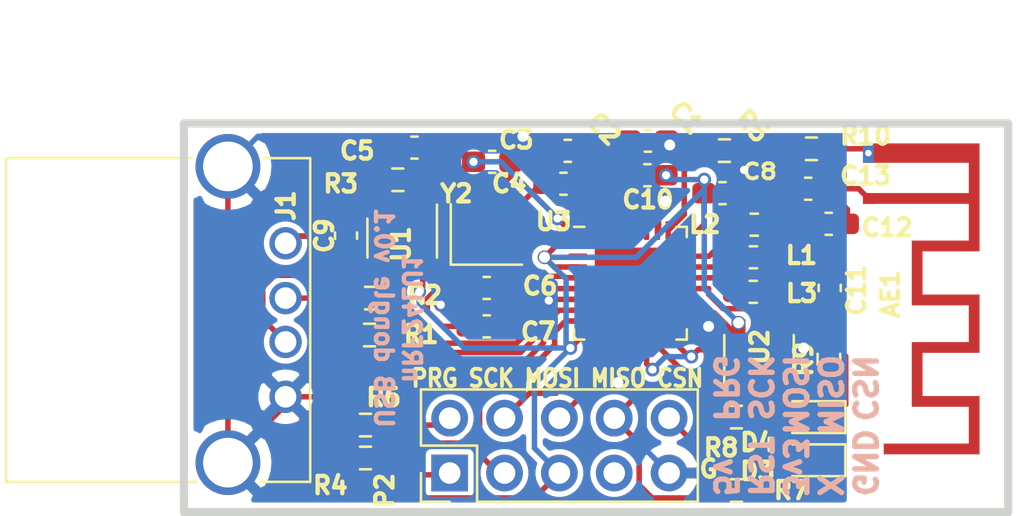
<source format=kicad_pcb>
(kicad_pcb (version 20171130) (host pcbnew 5.1.8-1.fc32)

  (general
    (thickness 1.6002)
    (drawings 12)
    (tracks 340)
    (zones 0)
    (modules 35)
    (nets 34)
  )

  (page A4)
  (title_block
    (title Crazyradio)
    (date "9 jun 2013")
    (rev D)
    (company "Bitcraze AB (CC BY-NC-SA)")
  )

  (layers
    (0 Front signal)
    (31 Back signal)
    (32 B.Adhes user)
    (33 F.Adhes user)
    (34 B.Paste user)
    (35 F.Paste user)
    (36 B.SilkS user)
    (37 F.SilkS user)
    (38 B.Mask user)
    (39 F.Mask user)
    (40 Dwgs.User user)
    (41 Cmts.User user)
    (42 Eco1.User user)
    (43 Eco2.User user)
    (44 Edge.Cuts user)
  )

  (setup
    (last_trace_width 0.254)
    (user_trace_width 0.508)
    (trace_clearance 0.1778)
    (zone_clearance 0.254)
    (zone_45_only no)
    (trace_min 0.254)
    (via_size 0.635)
    (via_drill 0.381)
    (via_min_size 0.635)
    (via_min_drill 0.381)
    (uvia_size 0.508)
    (uvia_drill 0.127)
    (uvias_allowed no)
    (uvia_min_size 0.0508)
    (uvia_min_drill 0.0254)
    (edge_width 0.381)
    (segment_width 0.381)
    (pcb_text_width 0.3048)
    (pcb_text_size 0.8001 0.8001)
    (mod_edge_width 0.20066)
    (mod_text_size 0.8001 0.8001)
    (mod_text_width 0.20066)
    (pad_size 0.8001 2.60096)
    (pad_drill 0.54102)
    (pad_to_mask_clearance 0.09906)
    (pad_to_paste_clearance -0.03048)
    (pad_to_paste_clearance_ratio -0.02)
    (aux_axis_origin 99.9998 139.99972)
    (grid_origin 99.9998 139.99972)
    (visible_elements FFFFFF7F)
    (pcbplotparams
      (layerselection 0x00030_ffffffff)
      (usegerberextensions true)
      (usegerberattributes true)
      (usegerberadvancedattributes true)
      (creategerberjobfile true)
      (excludeedgelayer true)
      (linewidth 0.150000)
      (plotframeref true)
      (viasonmask false)
      (mode 1)
      (useauxorigin true)
      (hpglpennumber 1)
      (hpglpenspeed 20)
      (hpglpendiameter 15.000000)
      (psnegative false)
      (psa4output false)
      (plotreference true)
      (plotvalue false)
      (plotinvisibletext false)
      (padsonsilk false)
      (subtractmaskfromsilk false)
      (outputformat 1)
      (mirror false)
      (drillshape 1)
      (scaleselection 1)
      (outputdirectory "generated/"))
  )

  (net 0 "")
  (net 1 /CSN)
  (net 2 /MISO)
  (net 3 /MOSI)
  (net 4 /PROG)
  (net 5 /RESET)
  (net 6 /SCK)
  (net 7 /USBDM)
  (net 8 /USBDP)
  (net 9 GND)
  (net 10 "Net-(AE1-Pad1)")
  (net 11 "Net-(C1-Pad1)")
  (net 12 "Net-(C2-Pad1)")
  (net 13 "Net-(C3-Pad1)")
  (net 14 "Net-(C4-Pad1)")
  (net 15 "Net-(C5-Pad1)")
  (net 16 +3V3)
  (net 17 "Net-(C9-Pad1)")
  (net 18 "Net-(C11-Pad1)")
  (net 19 "Net-(C12-Pad2)")
  (net 20 "Net-(D3-Pad2)")
  (net 21 "Net-(D4-Pad2)")
  (net 22 "Net-(J1-Pad1)")
  (net 23 "Net-(J1-Pad2)")
  (net 24 "Net-(J1-Pad3)")
  (net 25 "Net-(L1-Pad2)")
  (net 26 "Net-(L1-Pad1)")
  (net 27 "Net-(P2-Pad10)")
  (net 28 "Net-(R5-Pad1)")
  (net 29 "Net-(R8-Pad2)")
  (net 30 "Net-(AE1-Pad2)")
  (net 31 "Net-(P2-Pad7)")
  (net 32 "Net-(U2-Pad1)")
  (net 33 "Net-(U3-Pad2)")

  (net_class Default "This is the default net class."
    (clearance 0.1778)
    (trace_width 0.254)
    (via_dia 0.635)
    (via_drill 0.381)
    (uvia_dia 0.508)
    (uvia_drill 0.127)
    (add_net +3V3)
    (add_net /CSN)
    (add_net /MISO)
    (add_net /MOSI)
    (add_net /PROG)
    (add_net /RESET)
    (add_net /SCK)
    (add_net /USBDM)
    (add_net /USBDP)
    (add_net "Net-(AE1-Pad1)")
    (add_net "Net-(AE1-Pad2)")
    (add_net "Net-(C1-Pad1)")
    (add_net "Net-(C11-Pad1)")
    (add_net "Net-(C12-Pad2)")
    (add_net "Net-(C2-Pad1)")
    (add_net "Net-(C3-Pad1)")
    (add_net "Net-(C4-Pad1)")
    (add_net "Net-(C5-Pad1)")
    (add_net "Net-(C9-Pad1)")
    (add_net "Net-(D3-Pad2)")
    (add_net "Net-(D4-Pad2)")
    (add_net "Net-(J1-Pad1)")
    (add_net "Net-(J1-Pad2)")
    (add_net "Net-(J1-Pad3)")
    (add_net "Net-(L1-Pad1)")
    (add_net "Net-(L1-Pad2)")
    (add_net "Net-(P2-Pad10)")
    (add_net "Net-(P2-Pad7)")
    (add_net "Net-(R5-Pad1)")
    (add_net "Net-(R8-Pad2)")
    (add_net "Net-(U2-Pad1)")
    (add_net "Net-(U3-Pad2)")
  )

  (net_class Power ""
    (clearance 0.1778)
    (trace_width 0.254)
    (via_dia 0.635)
    (via_drill 0.508)
    (uvia_dia 0.508)
    (uvia_drill 0.127)
    (add_net GND)
  )

  (module Resistor_SMD:R_0603_1608Metric_Pad0.98x0.95mm_HandSolder (layer Front) (tedit 5F68FEEE) (tstamp 5FDCB69F)
    (at 129.1623 141.17472 180)
    (descr "Resistor SMD 0603 (1608 Metric), square (rectangular) end terminal, IPC_7351 nominal with elongated pad for handsoldering. (Body size source: IPC-SM-782 page 72, https://www.pcb-3d.com/wordpress/wp-content/uploads/ipc-sm-782a_amendment_1_and_2.pdf), generated with kicad-footprint-generator")
    (tags "resistor handsolder")
    (path /5FDCE95E)
    (attr smd)
    (fp_text reference R10 (at -2.5125 0.6) (layer F.SilkS)
      (effects (font (size 0.8 0.8) (thickness 0.2)))
    )
    (fp_text value 0R (at 0 1.43) (layer F.Fab)
      (effects (font (size 1 1) (thickness 0.15)))
    )
    (fp_text user %R (at 0 0) (layer F.Fab)
      (effects (font (size 0.4 0.4) (thickness 0.06)))
    )
    (fp_line (start -0.8 0.4125) (end -0.8 -0.4125) (layer F.Fab) (width 0.1))
    (fp_line (start -0.8 -0.4125) (end 0.8 -0.4125) (layer F.Fab) (width 0.1))
    (fp_line (start 0.8 -0.4125) (end 0.8 0.4125) (layer F.Fab) (width 0.1))
    (fp_line (start 0.8 0.4125) (end -0.8 0.4125) (layer F.Fab) (width 0.1))
    (fp_line (start -0.254724 -0.5225) (end 0.254724 -0.5225) (layer F.SilkS) (width 0.12))
    (fp_line (start -0.254724 0.5225) (end 0.254724 0.5225) (layer F.SilkS) (width 0.12))
    (fp_line (start -1.65 0.73) (end -1.65 -0.73) (layer F.CrtYd) (width 0.05))
    (fp_line (start -1.65 -0.73) (end 1.65 -0.73) (layer F.CrtYd) (width 0.05))
    (fp_line (start 1.65 -0.73) (end 1.65 0.73) (layer F.CrtYd) (width 0.05))
    (fp_line (start 1.65 0.73) (end -1.65 0.73) (layer F.CrtYd) (width 0.05))
    (pad 2 smd roundrect (at 0.9125 0 180) (size 0.975 0.95) (layers Front F.Paste F.Mask) (roundrect_rratio 0.25)
      (net 9 GND))
    (pad 1 smd roundrect (at -0.9125 0 180) (size 0.975 0.95) (layers Front F.Paste F.Mask) (roundrect_rratio 0.25)
      (net 30 "Net-(AE1-Pad2)"))
    (model ${KISYS3DMOD}/Resistor_SMD.3dshapes/R_0603_1608Metric.wrl
      (at (xyz 0 0 0))
      (scale (xyz 1 1 1))
      (rotate (xyz 0 0 0))
    )
  )

  (module Resistor_SMD:R_0603_1608Metric_Pad0.98x0.95mm_HandSolder (layer Front) (tedit 5F68FEEE) (tstamp 4E0745D9)
    (at 125.6873 153.59972 180)
    (descr "Resistor SMD 0603 (1608 Metric), square (rectangular) end terminal, IPC_7351 nominal with elongated pad for handsoldering. (Body size source: IPC-SM-782 page 72, https://www.pcb-3d.com/wordpress/wp-content/uploads/ipc-sm-782a_amendment_1_and_2.pdf), generated with kicad-footprint-generator")
    (tags "resistor handsolder")
    (path /4DE8C373)
    (attr smd)
    (fp_text reference R8 (at 0.7075 -1.42) (layer F.SilkS)
      (effects (font (size 0.8 0.8) (thickness 0.2)))
    )
    (fp_text value 1.5k (at 0 1.43) (layer F.Fab)
      (effects (font (size 0.8 0.8) (thickness 0.2)))
    )
    (fp_line (start 1.65 0.73) (end -1.65 0.73) (layer F.CrtYd) (width 0.05))
    (fp_line (start 1.65 -0.73) (end 1.65 0.73) (layer F.CrtYd) (width 0.05))
    (fp_line (start -1.65 -0.73) (end 1.65 -0.73) (layer F.CrtYd) (width 0.05))
    (fp_line (start -1.65 0.73) (end -1.65 -0.73) (layer F.CrtYd) (width 0.05))
    (fp_line (start -0.254724 0.5225) (end 0.254724 0.5225) (layer F.SilkS) (width 0.12))
    (fp_line (start -0.254724 -0.5225) (end 0.254724 -0.5225) (layer F.SilkS) (width 0.12))
    (fp_line (start 0.8 0.4125) (end -0.8 0.4125) (layer F.Fab) (width 0.1))
    (fp_line (start 0.8 -0.4125) (end 0.8 0.4125) (layer F.Fab) (width 0.1))
    (fp_line (start -0.8 -0.4125) (end 0.8 -0.4125) (layer F.Fab) (width 0.1))
    (fp_line (start -0.8 0.4125) (end -0.8 -0.4125) (layer F.Fab) (width 0.1))
    (fp_text user %R (at 0 0) (layer F.Fab)
      (effects (font (size 0.8 0.8) (thickness 0.2)))
    )
    (pad 2 smd roundrect (at 0.9125 0 180) (size 0.975 0.95) (layers Front F.Paste F.Mask) (roundrect_rratio 0.25)
      (net 29 "Net-(R8-Pad2)"))
    (pad 1 smd roundrect (at -0.9125 0 180) (size 0.975 0.95) (layers Front F.Paste F.Mask) (roundrect_rratio 0.25)
      (net 21 "Net-(D4-Pad2)"))
    (model ${KISYS3DMOD}/Resistor_SMD.3dshapes/R_0603_1608Metric.wrl
      (at (xyz 0 0 0))
      (scale (xyz 1 1 1))
      (rotate (xyz 0 0 0))
    )
  )

  (module RF_Antenna:Texas_SWRA117D_2.4GHz_Right (layer Front) (tedit 5996791A) (tstamp 5FD769C3)
    (at 131.7998 143.47472 270)
    (descr http://www.ti.com/lit/an/swra117d/swra117d.pdf)
    (tags "PCB antenna")
    (path /5FDACFEF)
    (attr virtual)
    (fp_text reference AE1 (at 4.43 -1.01 90) (layer F.SilkS)
      (effects (font (size 0.8 0.8) (thickness 0.2)))
    )
    (fp_text value Antenna_Chip (at 4.55 1.21 90) (layer F.Fab)
      (effects (font (size 0.8 0.8) (thickness 0.2)))
    )
    (fp_line (start -3.2 -5.6) (end 12.3 -5.6) (layer F.Fab) (width 0.15))
    (fp_line (start 12.3 0.35) (end -3.2 0.35) (layer F.Fab) (width 0.15))
    (fp_line (start -3.2 0.35) (end -3.2 -5.6) (layer F.Fab) (width 0.15))
    (fp_line (start 12.3 -5.6) (end 12.3 0.35) (layer F.Fab) (width 0.15))
    (fp_line (start -3.2 0.35) (end -3.2 -5.6) (layer F.CrtYd) (width 0.05))
    (fp_line (start 12.3 0.35) (end -3.2 0.35) (layer F.CrtYd) (width 0.05))
    (fp_line (start 12.3 -5.6) (end 12.3 0.35) (layer F.CrtYd) (width 0.05))
    (fp_line (start -3.2 -5.6) (end 12.3 -5.6) (layer F.CrtYd) (width 0.05))
    (fp_line (start -3.05 -0.25) (end 12.15 -5.45) (layer Dwgs.User) (width 0.15))
    (fp_line (start -3.05 -5.45) (end 12.15 -0.25) (layer Dwgs.User) (width 0.15))
    (fp_line (start 12.15 -0.25) (end 12.15 -5.45) (layer Dwgs.User) (width 0.15))
    (fp_line (start -3.05 -0.25) (end -3.05 -5.45) (layer Dwgs.User) (width 0.15))
    (fp_line (start -3.05 -0.25) (end 12.15 -0.25) (layer Dwgs.User) (width 0.15))
    (fp_line (start -3.05 -5.45) (end 12.15 -5.45) (layer Dwgs.User) (width 0.15))
    (fp_poly (pts (xy 2.45 -2.51) (xy 4.45 -2.51) (xy 4.45 -5.15) (xy 7.15 -5.15)
      (xy 7.15 -2.51) (xy 9.15 -2.51) (xy 9.15 -5.15) (xy 11.85 -5.15)
      (xy 11.85 -0.71) (xy 11.35 -0.71) (xy 11.35 -4.65) (xy 9.65 -4.65)
      (xy 9.65 -2.01) (xy 6.65 -2.01) (xy 6.65 -4.65) (xy 4.95 -4.65)
      (xy 4.95 -2.01) (xy 1.95 -2.01) (xy 1.95 -4.65) (xy 0.25 -4.65)
      (xy 0.25 0.25) (xy -0.25 0.25) (xy -0.25 -4.65) (xy -1.65 -4.65)
      (xy -1.65 0.25) (xy -2.55 0.25) (xy -2.55 0.006785) (xy -2.247583 0.006785)
      (xy -2.237742 0.054395) (xy -2.213674 0.096797) (xy -2.175731 0.129581) (xy -2.167819 0.133935)
      (xy -2.125156 0.146043) (xy -2.076637 0.1453) (xy -2.031122 0.1324) (xy -2.012511 0.121787)
      (xy -1.978868 0.086553) (xy -1.958309 0.041368) (xy -1.951778 -0.008158) (xy -1.960218 -0.056417)
      (xy -1.977112 -0.088643) (xy -2.012372 -0.121313) (xy -2.057682 -0.141408) (xy -2.107267 -0.147982)
      (xy -2.155353 -0.140092) (xy -2.188245 -0.123186) (xy -2.223185 -0.086416) (xy -2.242847 -0.041622)
      (xy -2.247583 0.006785) (xy -2.55 0.006785) (xy -2.55 -5.15) (xy 2.45 -5.15)
      (xy 2.45 -2.51)) (layer Front) (width 0))
    (fp_text user %R (at 4.55 -6.4 90) (layer F.Fab)
      (effects (font (size 0.8 0.8) (thickness 0.2)))
    )
    (pad 1 connect rect (at 0 0 270) (size 0.5 0.5) (layers Front)
      (net 10 "Net-(AE1-Pad1)"))
    (pad 2 thru_hole rect (at -2.1 0 270) (size 0.9 0.5) (drill 0.3) (layers *.Cu)
      (net 30 "Net-(AE1-Pad2)") (zone_connect 2))
  )

  (module Crystal:Crystal_SMD_2520-4Pin_2.5x2.0mm (layer Front) (tedit 5A0FD1B2) (tstamp 5FD76C2A)
    (at 114.1108 145.14172)
    (descr "SMD Crystal SERIES SMD2520/4 http://www.newxtal.com/UploadFiles/Images/2012-11-12-09-29-09-776.pdf, 2.5x2.0mm^2 package")
    (tags "SMD SMT crystal")
    (path /5FDFA4BD)
    (attr smd)
    (fp_text reference Y2 (at -1.387 -1.892) (layer F.SilkS)
      (effects (font (size 0.8 0.8) (thickness 0.2)))
    )
    (fp_text value Crystal_GND24 (at 0 2.2) (layer F.Fab)
      (effects (font (size 0.8 0.8) (thickness 0.2)))
    )
    (fp_line (start 1.7 -1.5) (end -1.7 -1.5) (layer F.CrtYd) (width 0.05))
    (fp_line (start 1.7 1.5) (end 1.7 -1.5) (layer F.CrtYd) (width 0.05))
    (fp_line (start -1.7 1.5) (end 1.7 1.5) (layer F.CrtYd) (width 0.05))
    (fp_line (start -1.7 -1.5) (end -1.7 1.5) (layer F.CrtYd) (width 0.05))
    (fp_line (start -1.65 1.4) (end 1.65 1.4) (layer F.SilkS) (width 0.12))
    (fp_line (start -1.65 -1.4) (end -1.65 1.4) (layer F.SilkS) (width 0.12))
    (fp_line (start -1.25 0) (end -0.25 1) (layer F.Fab) (width 0.1))
    (fp_line (start -1.25 -0.9) (end -1.15 -1) (layer F.Fab) (width 0.1))
    (fp_line (start -1.25 0.9) (end -1.25 -0.9) (layer F.Fab) (width 0.1))
    (fp_line (start -1.15 1) (end -1.25 0.9) (layer F.Fab) (width 0.1))
    (fp_line (start 1.15 1) (end -1.15 1) (layer F.Fab) (width 0.1))
    (fp_line (start 1.25 0.9) (end 1.15 1) (layer F.Fab) (width 0.1))
    (fp_line (start 1.25 -0.9) (end 1.25 0.9) (layer F.Fab) (width 0.1))
    (fp_line (start 1.15 -1) (end 1.25 -0.9) (layer F.Fab) (width 0.1))
    (fp_line (start -1.15 -1) (end 1.15 -1) (layer F.Fab) (width 0.1))
    (fp_text user %R (at 0 0) (layer F.Fab)
      (effects (font (size 0.8 0.8) (thickness 0.2)))
    )
    (pad 4 smd rect (at -0.875 -0.7) (size 1.15 1) (layers Front F.Paste F.Mask)
      (net 9 GND))
    (pad 3 smd rect (at 0.875 -0.7) (size 1.15 1) (layers Front F.Paste F.Mask)
      (net 14 "Net-(C4-Pad1)"))
    (pad 2 smd rect (at 0.875 0.7) (size 1.15 1) (layers Front F.Paste F.Mask)
      (net 9 GND))
    (pad 1 smd rect (at -0.875 0.7) (size 1.15 1) (layers Front F.Paste F.Mask)
      (net 13 "Net-(C3-Pad1)"))
    (model ${KISYS3DMOD}/Crystal.3dshapes/Crystal_SMD_2520-4Pin_2.5x2.0mm.wrl
      (at (xyz 0 0 0))
      (scale (xyz 1 1 1))
      (rotate (xyz 0 0 0))
    )
  )

  (module Package_DFN_QFN:QFN-32-1EP_5x5mm_P0.5mm_EP3.3x3.3mm (layer Front) (tedit 5E2FFDFC) (tstamp 4E1F106B)
    (at 120.7798 147.39972)
    (descr "QFN, 32 Pin (http://ww1.microchip.com/downloads/en/DeviceDoc/00002164B.pdf#page=68), generated with kicad-footprint-generator ipc_noLead_generator.py")
    (tags "QFN NoLead")
    (path /4DE7C4FB)
    (attr smd)
    (fp_text reference U3 (at -3.56 -2.86) (layer F.SilkS)
      (effects (font (size 0.8 0.8) (thickness 0.2)))
    )
    (fp_text value NRF24LU1+ (at 0 3.82) (layer F.Fab)
      (effects (font (size 0.8 0.8) (thickness 0.2)))
    )
    (fp_line (start 3.12 -3.12) (end -3.12 -3.12) (layer F.CrtYd) (width 0.05))
    (fp_line (start 3.12 3.12) (end 3.12 -3.12) (layer F.CrtYd) (width 0.05))
    (fp_line (start -3.12 3.12) (end 3.12 3.12) (layer F.CrtYd) (width 0.05))
    (fp_line (start -3.12 -3.12) (end -3.12 3.12) (layer F.CrtYd) (width 0.05))
    (fp_line (start -2.5 -1.5) (end -1.5 -2.5) (layer F.Fab) (width 0.1))
    (fp_line (start -2.5 2.5) (end -2.5 -1.5) (layer F.Fab) (width 0.1))
    (fp_line (start 2.5 2.5) (end -2.5 2.5) (layer F.Fab) (width 0.1))
    (fp_line (start 2.5 -2.5) (end 2.5 2.5) (layer F.Fab) (width 0.1))
    (fp_line (start -1.5 -2.5) (end 2.5 -2.5) (layer F.Fab) (width 0.1))
    (fp_line (start -2.135 -2.61) (end -2.61 -2.61) (layer F.SilkS) (width 0.12))
    (fp_line (start 2.61 2.61) (end 2.61 2.135) (layer F.SilkS) (width 0.12))
    (fp_line (start 2.135 2.61) (end 2.61 2.61) (layer F.SilkS) (width 0.12))
    (fp_line (start -2.61 2.61) (end -2.61 2.135) (layer F.SilkS) (width 0.12))
    (fp_line (start -2.135 2.61) (end -2.61 2.61) (layer F.SilkS) (width 0.12))
    (fp_line (start 2.61 -2.61) (end 2.61 -2.135) (layer F.SilkS) (width 0.12))
    (fp_line (start 2.135 -2.61) (end 2.61 -2.61) (layer F.SilkS) (width 0.12))
    (fp_text user %R (at 0 0) (layer F.Fab)
      (effects (font (size 0.8 0.8) (thickness 0.2)))
    )
    (pad "" smd roundrect (at 1.1 1.1) (size 0.89 0.89) (layers F.Paste) (roundrect_rratio 0.25))
    (pad "" smd roundrect (at 1.1 0) (size 0.89 0.89) (layers F.Paste) (roundrect_rratio 0.25))
    (pad "" smd roundrect (at 1.1 -1.1) (size 0.89 0.89) (layers F.Paste) (roundrect_rratio 0.25))
    (pad "" smd roundrect (at 0 1.1) (size 0.89 0.89) (layers F.Paste) (roundrect_rratio 0.25))
    (pad "" smd roundrect (at 0 0) (size 0.89 0.89) (layers F.Paste) (roundrect_rratio 0.25))
    (pad "" smd roundrect (at 0 -1.1) (size 0.89 0.89) (layers F.Paste) (roundrect_rratio 0.25))
    (pad "" smd roundrect (at -1.1 1.1) (size 0.89 0.89) (layers F.Paste) (roundrect_rratio 0.25))
    (pad "" smd roundrect (at -1.1 0) (size 0.89 0.89) (layers F.Paste) (roundrect_rratio 0.25))
    (pad "" smd roundrect (at -1.1 -1.1) (size 0.89 0.89) (layers F.Paste) (roundrect_rratio 0.25))
    (pad 33 smd rect (at 0 0) (size 3.3 3.3) (layers Front F.Mask))
    (pad 32 smd roundrect (at -1.75 -2.4375) (size 0.25 0.875) (layers Front F.Paste F.Mask) (roundrect_rratio 0.25)
      (net 13 "Net-(C3-Pad1)"))
    (pad 31 smd roundrect (at -1.25 -2.4375) (size 0.25 0.875) (layers Front F.Paste F.Mask) (roundrect_rratio 0.25)
      (net 14 "Net-(C4-Pad1)"))
    (pad 30 smd roundrect (at -0.75 -2.4375) (size 0.25 0.875) (layers Front F.Paste F.Mask) (roundrect_rratio 0.25)
      (net 9 GND))
    (pad 29 smd roundrect (at -0.25 -2.4375) (size 0.25 0.875) (layers Front F.Paste F.Mask) (roundrect_rratio 0.25)
      (net 12 "Net-(C2-Pad1)"))
    (pad 28 smd roundrect (at 0.25 -2.4375) (size 0.25 0.875) (layers Front F.Paste F.Mask) (roundrect_rratio 0.25)
      (net 11 "Net-(C1-Pad1)"))
    (pad 27 smd roundrect (at 0.75 -2.4375) (size 0.25 0.875) (layers Front F.Paste F.Mask) (roundrect_rratio 0.25)
      (net 16 +3V3))
    (pad 26 smd roundrect (at 1.25 -2.4375) (size 0.25 0.875) (layers Front F.Paste F.Mask) (roundrect_rratio 0.25)
      (net 9 GND))
    (pad 25 smd roundrect (at 1.75 -2.4375) (size 0.25 0.875) (layers Front F.Paste F.Mask) (roundrect_rratio 0.25)
      (net 28 "Net-(R5-Pad1)"))
    (pad 24 smd roundrect (at 2.4375 -1.75) (size 0.875 0.25) (layers Front F.Paste F.Mask) (roundrect_rratio 0.25)
      (net 16 +3V3))
    (pad 23 smd roundrect (at 2.4375 -1.25) (size 0.875 0.25) (layers Front F.Paste F.Mask) (roundrect_rratio 0.25)
      (net 9 GND))
    (pad 22 smd roundrect (at 2.4375 -0.75) (size 0.875 0.25) (layers Front F.Paste F.Mask) (roundrect_rratio 0.25)
      (net 26 "Net-(L1-Pad1)"))
    (pad 21 smd roundrect (at 2.4375 -0.25) (size 0.875 0.25) (layers Front F.Paste F.Mask) (roundrect_rratio 0.25)
      (net 25 "Net-(L1-Pad2)"))
    (pad 20 smd roundrect (at 2.4375 0.25) (size 0.875 0.25) (layers Front F.Paste F.Mask) (roundrect_rratio 0.25)
      (net 18 "Net-(C11-Pad1)"))
    (pad 19 smd roundrect (at 2.4375 0.75) (size 0.875 0.25) (layers Front F.Paste F.Mask) (roundrect_rratio 0.25)
      (net 16 +3V3))
    (pad 18 smd roundrect (at 2.4375 1.25) (size 0.875 0.25) (layers Front F.Paste F.Mask) (roundrect_rratio 0.25)
      (net 9 GND))
    (pad 17 smd roundrect (at 2.4375 1.75) (size 0.875 0.25) (layers Front F.Paste F.Mask) (roundrect_rratio 0.25)
      (net 9 GND))
    (pad 16 smd roundrect (at 1.75 2.4375) (size 0.25 0.875) (layers Front F.Paste F.Mask) (roundrect_rratio 0.25)
      (net 1 /CSN))
    (pad 15 smd roundrect (at 1.25 2.4375) (size 0.25 0.875) (layers Front F.Paste F.Mask) (roundrect_rratio 0.25)
      (net 29 "Net-(R8-Pad2)"))
    (pad 14 smd roundrect (at 0.75 2.4375) (size 0.25 0.875) (layers Front F.Paste F.Mask) (roundrect_rratio 0.25)
      (net 1 /CSN))
    (pad 13 smd roundrect (at 0.25 2.4375) (size 0.25 0.875) (layers Front F.Paste F.Mask) (roundrect_rratio 0.25)
      (net 2 /MISO))
    (pad 12 smd roundrect (at -0.25 2.4375) (size 0.25 0.875) (layers Front F.Paste F.Mask) (roundrect_rratio 0.25)
      (net 9 GND))
    (pad 11 smd roundrect (at -0.75 2.4375) (size 0.25 0.875) (layers Front F.Paste F.Mask) (roundrect_rratio 0.25)
      (net 3 /MOSI))
    (pad 10 smd roundrect (at -1.25 2.4375) (size 0.25 0.875) (layers Front F.Paste F.Mask) (roundrect_rratio 0.25)
      (net 6 /SCK))
    (pad 9 smd roundrect (at -1.75 2.4375) (size 0.25 0.875) (layers Front F.Paste F.Mask) (roundrect_rratio 0.25)
      (net 16 +3V3))
    (pad 8 smd roundrect (at -2.4375 1.75) (size 0.875 0.25) (layers Front F.Paste F.Mask) (roundrect_rratio 0.25)
      (net 5 /RESET))
    (pad 7 smd roundrect (at -2.4375 1.25) (size 0.875 0.25) (layers Front F.Paste F.Mask) (roundrect_rratio 0.25)
      (net 4 /PROG))
    (pad 6 smd roundrect (at -2.4375 0.75) (size 0.875 0.25) (layers Front F.Paste F.Mask) (roundrect_rratio 0.25)
      (net 9 GND))
    (pad 5 smd roundrect (at -2.4375 0.25) (size 0.875 0.25) (layers Front F.Paste F.Mask) (roundrect_rratio 0.25)
      (net 7 /USBDM))
    (pad 4 smd roundrect (at -2.4375 -0.25) (size 0.875 0.25) (layers Front F.Paste F.Mask) (roundrect_rratio 0.25)
      (net 8 /USBDP))
    (pad 3 smd roundrect (at -2.4375 -0.75) (size 0.875 0.25) (layers Front F.Paste F.Mask) (roundrect_rratio 0.25)
      (net 16 +3V3))
    (pad 2 smd roundrect (at -2.4375 -1.25) (size 0.875 0.25) (layers Front F.Paste F.Mask) (roundrect_rratio 0.25)
      (net 33 "Net-(U3-Pad2)"))
    (pad 1 smd roundrect (at -2.4375 -1.75) (size 0.875 0.25) (layers Front F.Paste F.Mask) (roundrect_rratio 0.25)
      (net 16 +3V3))
    (model ${KISYS3DMOD}/Package_DFN_QFN.3dshapes/QFN-32-1EP_5x5mm_P0.5mm_EP3.3x3.3mm.wrl
      (at (xyz 0 0 0))
      (scale (xyz 1 1 1))
      (rotate (xyz 0 0 0))
    )
  )

  (module Package_TO_SOT_SMD:SOT-23-5 (layer Front) (tedit 5A02FF57) (tstamp 5FD76BD4)
    (at 126.7358 150.69972 90)
    (descr "5-pin SOT23 package")
    (tags SOT-23-5)
    (path /5FDFEB92)
    (attr smd)
    (fp_text reference U2 (at 0.35 0.03 90) (layer F.SilkS)
      (effects (font (size 0.8 0.8) (thickness 0.2)))
    )
    (fp_text value SN74LV1T34DBV/74VHC1GT50 (at 0 2.9 90) (layer F.Fab)
      (effects (font (size 0.8 0.8) (thickness 0.2)))
    )
    (fp_line (start 0.9 -1.55) (end 0.9 1.55) (layer F.Fab) (width 0.1))
    (fp_line (start 0.9 1.55) (end -0.9 1.55) (layer F.Fab) (width 0.1))
    (fp_line (start -0.9 -0.9) (end -0.9 1.55) (layer F.Fab) (width 0.1))
    (fp_line (start 0.9 -1.55) (end -0.25 -1.55) (layer F.Fab) (width 0.1))
    (fp_line (start -0.9 -0.9) (end -0.25 -1.55) (layer F.Fab) (width 0.1))
    (fp_line (start -1.9 1.8) (end -1.9 -1.8) (layer F.CrtYd) (width 0.05))
    (fp_line (start 1.9 1.8) (end -1.9 1.8) (layer F.CrtYd) (width 0.05))
    (fp_line (start 1.9 -1.8) (end 1.9 1.8) (layer F.CrtYd) (width 0.05))
    (fp_line (start -1.9 -1.8) (end 1.9 -1.8) (layer F.CrtYd) (width 0.05))
    (fp_line (start 0.9 -1.61) (end -1.55 -1.61) (layer F.SilkS) (width 0.12))
    (fp_line (start -0.9 1.61) (end 0.9 1.61) (layer F.SilkS) (width 0.12))
    (fp_text user %R (at 0 0) (layer F.Fab)
      (effects (font (size 0.8 0.8) (thickness 0.2)))
    )
    (pad 5 smd rect (at 1.1 -0.95 90) (size 1.06 0.65) (layers Front F.Paste F.Mask)
      (net 16 +3V3))
    (pad 4 smd rect (at 1.1 0.95 90) (size 1.06 0.65) (layers Front F.Paste F.Mask)
      (net 1 /CSN))
    (pad 3 smd rect (at -1.1 0.95 90) (size 1.06 0.65) (layers Front F.Paste F.Mask)
      (net 9 GND))
    (pad 2 smd rect (at -1.1 0 90) (size 1.06 0.65) (layers Front F.Paste F.Mask)
      (net 27 "Net-(P2-Pad10)"))
    (pad 1 smd rect (at -1.1 -0.95 90) (size 1.06 0.65) (layers Front F.Paste F.Mask)
      (net 32 "Net-(U2-Pad1)"))
    (model ${KISYS3DMOD}/Package_TO_SOT_SMD.3dshapes/SOT-23-5.wrl
      (at (xyz 0 0 0))
      (scale (xyz 1 1 1))
      (rotate (xyz 0 0 0))
    )
  )

  (module Package_TO_SOT_SMD:SOT-23-5 (layer Front) (tedit 5A02FF57) (tstamp 5FD76BBF)
    (at 110.2098 145.30972 270)
    (descr "5-pin SOT23 package")
    (tags SOT-23-5)
    (path /5FD9AE2A)
    (attr smd)
    (fp_text reference U1 (at 0.278 0.05 90) (layer F.SilkS)
      (effects (font (size 0.8 0.8) (thickness 0.2)))
    )
    (fp_text value LP2985-3.3 (at 0 2.9 90) (layer F.Fab)
      (effects (font (size 0.8 0.8) (thickness 0.2)))
    )
    (fp_line (start 0.9 -1.55) (end 0.9 1.55) (layer F.Fab) (width 0.1))
    (fp_line (start 0.9 1.55) (end -0.9 1.55) (layer F.Fab) (width 0.1))
    (fp_line (start -0.9 -0.9) (end -0.9 1.55) (layer F.Fab) (width 0.1))
    (fp_line (start 0.9 -1.55) (end -0.25 -1.55) (layer F.Fab) (width 0.1))
    (fp_line (start -0.9 -0.9) (end -0.25 -1.55) (layer F.Fab) (width 0.1))
    (fp_line (start -1.9 1.8) (end -1.9 -1.8) (layer F.CrtYd) (width 0.05))
    (fp_line (start 1.9 1.8) (end -1.9 1.8) (layer F.CrtYd) (width 0.05))
    (fp_line (start 1.9 -1.8) (end 1.9 1.8) (layer F.CrtYd) (width 0.05))
    (fp_line (start -1.9 -1.8) (end 1.9 -1.8) (layer F.CrtYd) (width 0.05))
    (fp_line (start 0.9 -1.61) (end -1.55 -1.61) (layer F.SilkS) (width 0.12))
    (fp_line (start -0.9 1.61) (end 0.9 1.61) (layer F.SilkS) (width 0.12))
    (fp_text user %R (at 0 0) (layer F.Fab)
      (effects (font (size 0.8 0.8) (thickness 0.2)))
    )
    (pad 5 smd rect (at 1.1 -0.95 270) (size 1.06 0.65) (layers Front F.Paste F.Mask)
      (net 16 +3V3))
    (pad 4 smd rect (at 1.1 0.95 270) (size 1.06 0.65) (layers Front F.Paste F.Mask)
      (net 17 "Net-(C9-Pad1)"))
    (pad 3 smd rect (at -1.1 0.95 270) (size 1.06 0.65) (layers Front F.Paste F.Mask)
      (net 15 "Net-(C5-Pad1)"))
    (pad 2 smd rect (at -1.1 0 270) (size 1.06 0.65) (layers Front F.Paste F.Mask)
      (net 9 GND))
    (pad 1 smd rect (at -1.1 -0.95 270) (size 1.06 0.65) (layers Front F.Paste F.Mask)
      (net 15 "Net-(C5-Pad1)"))
    (model ${KISYS3DMOD}/Package_TO_SOT_SMD.3dshapes/SOT-23-5.wrl
      (at (xyz 0 0 0))
      (scale (xyz 1 1 1))
      (rotate (xyz 0 0 0))
    )
  )

  (module Resistor_SMD:R_0603_1608Metric_Pad0.98x0.95mm_HandSolder (layer Front) (tedit 5F68FEEE) (tstamp 4F780F01)
    (at 129.9718 150.92172 90)
    (descr "Resistor SMD 0603 (1608 Metric), square (rectangular) end terminal, IPC_7351 nominal with elongated pad for handsoldering. (Body size source: IPC-SM-782 page 72, https://www.pcb-3d.com/wordpress/wp-content/uploads/ipc-sm-782a_amendment_1_and_2.pdf), generated with kicad-footprint-generator")
    (tags "resistor handsolder")
    (path /4F780CAF)
    (attr smd)
    (fp_text reference R9 (at 0 -1.172 90) (layer F.SilkS)
      (effects (font (size 0.8 0.8) (thickness 0.2)))
    )
    (fp_text value 10K (at 0 1.43 90) (layer F.Fab)
      (effects (font (size 0.8 0.8) (thickness 0.2)))
    )
    (fp_line (start 1.65 0.73) (end -1.65 0.73) (layer F.CrtYd) (width 0.05))
    (fp_line (start 1.65 -0.73) (end 1.65 0.73) (layer F.CrtYd) (width 0.05))
    (fp_line (start -1.65 -0.73) (end 1.65 -0.73) (layer F.CrtYd) (width 0.05))
    (fp_line (start -1.65 0.73) (end -1.65 -0.73) (layer F.CrtYd) (width 0.05))
    (fp_line (start -0.254724 0.5225) (end 0.254724 0.5225) (layer F.SilkS) (width 0.12))
    (fp_line (start -0.254724 -0.5225) (end 0.254724 -0.5225) (layer F.SilkS) (width 0.12))
    (fp_line (start 0.8 0.4125) (end -0.8 0.4125) (layer F.Fab) (width 0.1))
    (fp_line (start 0.8 -0.4125) (end 0.8 0.4125) (layer F.Fab) (width 0.1))
    (fp_line (start -0.8 -0.4125) (end 0.8 -0.4125) (layer F.Fab) (width 0.1))
    (fp_line (start -0.8 0.4125) (end -0.8 -0.4125) (layer F.Fab) (width 0.1))
    (fp_text user %R (at 0 0 90) (layer F.Fab)
      (effects (font (size 0.8 0.8) (thickness 0.2)))
    )
    (pad 2 smd roundrect (at 0.9125 0 90) (size 0.975 0.95) (layers Front F.Paste F.Mask) (roundrect_rratio 0.25)
      (net 9 GND))
    (pad 1 smd roundrect (at -0.9125 0 90) (size 0.975 0.95) (layers Front F.Paste F.Mask) (roundrect_rratio 0.25)
      (net 27 "Net-(P2-Pad10)"))
    (model ${KISYS3DMOD}/Resistor_SMD.3dshapes/R_0603_1608Metric.wrl
      (at (xyz 0 0 0))
      (scale (xyz 1 1 1))
      (rotate (xyz 0 0 0))
    )
  )

  (module Resistor_SMD:R_0603_1608Metric_Pad0.98x0.95mm_HandSolder (layer Front) (tedit 5F68FEEE) (tstamp 4E0745D7)
    (at 125.6873 156.99972 180)
    (descr "Resistor SMD 0603 (1608 Metric), square (rectangular) end terminal, IPC_7351 nominal with elongated pad for handsoldering. (Body size source: IPC-SM-782 page 72, https://www.pcb-3d.com/wordpress/wp-content/uploads/ipc-sm-782a_amendment_1_and_2.pdf), generated with kicad-footprint-generator")
    (tags "resistor handsolder")
    (path /4DE8C379)
    (attr smd)
    (fp_text reference R7 (at -2.54 0) (layer F.SilkS)
      (effects (font (size 0.8 0.8) (thickness 0.2)))
    )
    (fp_text value 1.5k (at 0 1.43) (layer F.Fab)
      (effects (font (size 0.8 0.8) (thickness 0.2)))
    )
    (fp_line (start 1.65 0.73) (end -1.65 0.73) (layer F.CrtYd) (width 0.05))
    (fp_line (start 1.65 -0.73) (end 1.65 0.73) (layer F.CrtYd) (width 0.05))
    (fp_line (start -1.65 -0.73) (end 1.65 -0.73) (layer F.CrtYd) (width 0.05))
    (fp_line (start -1.65 0.73) (end -1.65 -0.73) (layer F.CrtYd) (width 0.05))
    (fp_line (start -0.254724 0.5225) (end 0.254724 0.5225) (layer F.SilkS) (width 0.12))
    (fp_line (start -0.254724 -0.5225) (end 0.254724 -0.5225) (layer F.SilkS) (width 0.12))
    (fp_line (start 0.8 0.4125) (end -0.8 0.4125) (layer F.Fab) (width 0.1))
    (fp_line (start 0.8 -0.4125) (end 0.8 0.4125) (layer F.Fab) (width 0.1))
    (fp_line (start -0.8 -0.4125) (end 0.8 -0.4125) (layer F.Fab) (width 0.1))
    (fp_line (start -0.8 0.4125) (end -0.8 -0.4125) (layer F.Fab) (width 0.1))
    (fp_text user %R (at 0 0) (layer F.Fab)
      (effects (font (size 0.8 0.8) (thickness 0.2)))
    )
    (pad 2 smd roundrect (at 0.9125 0 180) (size 0.975 0.95) (layers Front F.Paste F.Mask) (roundrect_rratio 0.25)
      (net 2 /MISO))
    (pad 1 smd roundrect (at -0.9125 0 180) (size 0.975 0.95) (layers Front F.Paste F.Mask) (roundrect_rratio 0.25)
      (net 20 "Net-(D3-Pad2)"))
    (model ${KISYS3DMOD}/Resistor_SMD.3dshapes/R_0603_1608Metric.wrl
      (at (xyz 0 0 0))
      (scale (xyz 1 1 1))
      (rotate (xyz 0 0 0))
    )
  )

  (module Resistor_SMD:R_0603_1608Metric_Pad0.98x0.95mm_HandSolder (layer Front) (tedit 5F68FEEE) (tstamp 4E1F0FC2)
    (at 108.5123 153.96972 180)
    (descr "Resistor SMD 0603 (1608 Metric), square (rectangular) end terminal, IPC_7351 nominal with elongated pad for handsoldering. (Body size source: IPC-SM-782 page 72, https://www.pcb-3d.com/wordpress/wp-content/uploads/ipc-sm-782a_amendment_1_and_2.pdf), generated with kicad-footprint-generator")
    (tags "resistor handsolder")
    (path /4DF51833)
    (attr smd)
    (fp_text reference R6 (at -0.8425 1.28) (layer F.SilkS)
      (effects (font (size 0.8 0.8) (thickness 0.2)))
    )
    (fp_text value 10K (at 0 1.43) (layer F.Fab)
      (effects (font (size 0.8 0.8) (thickness 0.2)))
    )
    (fp_line (start 1.65 0.73) (end -1.65 0.73) (layer F.CrtYd) (width 0.05))
    (fp_line (start 1.65 -0.73) (end 1.65 0.73) (layer F.CrtYd) (width 0.05))
    (fp_line (start -1.65 -0.73) (end 1.65 -0.73) (layer F.CrtYd) (width 0.05))
    (fp_line (start -1.65 0.73) (end -1.65 -0.73) (layer F.CrtYd) (width 0.05))
    (fp_line (start -0.254724 0.5225) (end 0.254724 0.5225) (layer F.SilkS) (width 0.12))
    (fp_line (start -0.254724 -0.5225) (end 0.254724 -0.5225) (layer F.SilkS) (width 0.12))
    (fp_line (start 0.8 0.4125) (end -0.8 0.4125) (layer F.Fab) (width 0.1))
    (fp_line (start 0.8 -0.4125) (end 0.8 0.4125) (layer F.Fab) (width 0.1))
    (fp_line (start -0.8 -0.4125) (end 0.8 -0.4125) (layer F.Fab) (width 0.1))
    (fp_line (start -0.8 0.4125) (end -0.8 -0.4125) (layer F.Fab) (width 0.1))
    (fp_text user %R (at 0 0) (layer F.Fab)
      (effects (font (size 0.8 0.8) (thickness 0.2)))
    )
    (pad 2 smd roundrect (at 0.9125 0 180) (size 0.975 0.95) (layers Front F.Paste F.Mask) (roundrect_rratio 0.25)
      (net 9 GND))
    (pad 1 smd roundrect (at -0.9125 0 180) (size 0.975 0.95) (layers Front F.Paste F.Mask) (roundrect_rratio 0.25)
      (net 4 /PROG))
    (model ${KISYS3DMOD}/Resistor_SMD.3dshapes/R_0603_1608Metric.wrl
      (at (xyz 0 0 0))
      (scale (xyz 1 1 1))
      (rotate (xyz 0 0 0))
    )
  )

  (module Resistor_SMD:R_0603_1608Metric_Pad0.98x0.95mm_HandSolder (layer Front) (tedit 5F68FEEE) (tstamp 4E1F0FE7)
    (at 125.1323 141.25972)
    (descr "Resistor SMD 0603 (1608 Metric), square (rectangular) end terminal, IPC_7351 nominal with elongated pad for handsoldering. (Body size source: IPC-SM-782 page 72, https://www.pcb-3d.com/wordpress/wp-content/uploads/ipc-sm-782a_amendment_1_and_2.pdf), generated with kicad-footprint-generator")
    (tags "resistor handsolder")
    (path /4DE7F9F2)
    (attr smd)
    (fp_text reference R5 (at 1.2835 -1.14 -45) (layer F.SilkS)
      (effects (font (size 0.8 0.8) (thickness 0.2)))
    )
    (fp_text value 22K (at 0 1.43) (layer F.Fab)
      (effects (font (size 0.8 0.8) (thickness 0.2)))
    )
    (fp_line (start 1.65 0.73) (end -1.65 0.73) (layer F.CrtYd) (width 0.05))
    (fp_line (start 1.65 -0.73) (end 1.65 0.73) (layer F.CrtYd) (width 0.05))
    (fp_line (start -1.65 -0.73) (end 1.65 -0.73) (layer F.CrtYd) (width 0.05))
    (fp_line (start -1.65 0.73) (end -1.65 -0.73) (layer F.CrtYd) (width 0.05))
    (fp_line (start -0.254724 0.5225) (end 0.254724 0.5225) (layer F.SilkS) (width 0.12))
    (fp_line (start -0.254724 -0.5225) (end 0.254724 -0.5225) (layer F.SilkS) (width 0.12))
    (fp_line (start 0.8 0.4125) (end -0.8 0.4125) (layer F.Fab) (width 0.1))
    (fp_line (start 0.8 -0.4125) (end 0.8 0.4125) (layer F.Fab) (width 0.1))
    (fp_line (start -0.8 -0.4125) (end 0.8 -0.4125) (layer F.Fab) (width 0.1))
    (fp_line (start -0.8 0.4125) (end -0.8 -0.4125) (layer F.Fab) (width 0.1))
    (fp_text user %R (at 0 0) (layer F.Fab)
      (effects (font (size 0.8 0.8) (thickness 0.2)))
    )
    (pad 2 smd roundrect (at 0.9125 0) (size 0.975 0.95) (layers Front F.Paste F.Mask) (roundrect_rratio 0.25)
      (net 9 GND))
    (pad 1 smd roundrect (at -0.9125 0) (size 0.975 0.95) (layers Front F.Paste F.Mask) (roundrect_rratio 0.25)
      (net 28 "Net-(R5-Pad1)"))
    (model ${KISYS3DMOD}/Resistor_SMD.3dshapes/R_0603_1608Metric.wrl
      (at (xyz 0 0 0))
      (scale (xyz 1 1 1))
      (rotate (xyz 0 0 0))
    )
  )

  (module Resistor_SMD:R_0603_1608Metric_Pad0.98x0.95mm_HandSolder (layer Front) (tedit 5F68FEEE) (tstamp 4E1F0FCD)
    (at 108.5123 155.49372 180)
    (descr "Resistor SMD 0603 (1608 Metric), square (rectangular) end terminal, IPC_7351 nominal with elongated pad for handsoldering. (Body size source: IPC-SM-782 page 72, https://www.pcb-3d.com/wordpress/wp-content/uploads/ipc-sm-782a_amendment_1_and_2.pdf), generated with kicad-footprint-generator")
    (tags "resistor handsolder")
    (path /4DED0FA0)
    (attr smd)
    (fp_text reference R4 (at 1.6275 -1.27) (layer F.SilkS)
      (effects (font (size 0.8 0.8) (thickness 0.2)))
    )
    (fp_text value 10K (at 0 1.43) (layer F.Fab)
      (effects (font (size 0.8 0.8) (thickness 0.2)))
    )
    (fp_line (start 1.65 0.73) (end -1.65 0.73) (layer F.CrtYd) (width 0.05))
    (fp_line (start 1.65 -0.73) (end 1.65 0.73) (layer F.CrtYd) (width 0.05))
    (fp_line (start -1.65 -0.73) (end 1.65 -0.73) (layer F.CrtYd) (width 0.05))
    (fp_line (start -1.65 0.73) (end -1.65 -0.73) (layer F.CrtYd) (width 0.05))
    (fp_line (start -0.254724 0.5225) (end 0.254724 0.5225) (layer F.SilkS) (width 0.12))
    (fp_line (start -0.254724 -0.5225) (end 0.254724 -0.5225) (layer F.SilkS) (width 0.12))
    (fp_line (start 0.8 0.4125) (end -0.8 0.4125) (layer F.Fab) (width 0.1))
    (fp_line (start 0.8 -0.4125) (end 0.8 0.4125) (layer F.Fab) (width 0.1))
    (fp_line (start -0.8 -0.4125) (end 0.8 -0.4125) (layer F.Fab) (width 0.1))
    (fp_line (start -0.8 0.4125) (end -0.8 -0.4125) (layer F.Fab) (width 0.1))
    (fp_text user %R (at 0 0) (layer F.Fab)
      (effects (font (size 0.8 0.8) (thickness 0.2)))
    )
    (pad 2 smd roundrect (at 0.9125 0 180) (size 0.975 0.95) (layers Front F.Paste F.Mask) (roundrect_rratio 0.25)
      (net 16 +3V3))
    (pad 1 smd roundrect (at -0.9125 0 180) (size 0.975 0.95) (layers Front F.Paste F.Mask) (roundrect_rratio 0.25)
      (net 5 /RESET))
    (model ${KISYS3DMOD}/Resistor_SMD.3dshapes/R_0603_1608Metric.wrl
      (at (xyz 0 0 0))
      (scale (xyz 1 1 1))
      (rotate (xyz 0 0 0))
    )
  )

  (module Resistor_SMD:R_0603_1608Metric_Pad0.98x0.95mm_HandSolder (layer Front) (tedit 5F68FEEE) (tstamp 4E0745E5)
    (at 110.0098 142.60972 180)
    (descr "Resistor SMD 0603 (1608 Metric), square (rectangular) end terminal, IPC_7351 nominal with elongated pad for handsoldering. (Body size source: IPC-SM-782 page 72, https://www.pcb-3d.com/wordpress/wp-content/uploads/ipc-sm-782a_amendment_1_and_2.pdf), generated with kicad-footprint-generator")
    (tags "resistor handsolder")
    (path /4DED1015)
    (attr smd)
    (fp_text reference R3 (at 2.644 -0.184) (layer F.SilkS)
      (effects (font (size 0.8 0.8) (thickness 0.2)))
    )
    (fp_text value 10R (at 0 1.43) (layer F.Fab)
      (effects (font (size 0.8 0.8) (thickness 0.2)))
    )
    (fp_line (start 1.65 0.73) (end -1.65 0.73) (layer F.CrtYd) (width 0.05))
    (fp_line (start 1.65 -0.73) (end 1.65 0.73) (layer F.CrtYd) (width 0.05))
    (fp_line (start -1.65 -0.73) (end 1.65 -0.73) (layer F.CrtYd) (width 0.05))
    (fp_line (start -1.65 0.73) (end -1.65 -0.73) (layer F.CrtYd) (width 0.05))
    (fp_line (start -0.254724 0.5225) (end 0.254724 0.5225) (layer F.SilkS) (width 0.12))
    (fp_line (start -0.254724 -0.5225) (end 0.254724 -0.5225) (layer F.SilkS) (width 0.12))
    (fp_line (start 0.8 0.4125) (end -0.8 0.4125) (layer F.Fab) (width 0.1))
    (fp_line (start 0.8 -0.4125) (end 0.8 0.4125) (layer F.Fab) (width 0.1))
    (fp_line (start -0.8 -0.4125) (end 0.8 -0.4125) (layer F.Fab) (width 0.1))
    (fp_line (start -0.8 0.4125) (end -0.8 -0.4125) (layer F.Fab) (width 0.1))
    (fp_text user %R (at 0 0) (layer F.Fab)
      (effects (font (size 0.8 0.8) (thickness 0.2)))
    )
    (pad 2 smd roundrect (at 0.9125 0 180) (size 0.975 0.95) (layers Front F.Paste F.Mask) (roundrect_rratio 0.25)
      (net 22 "Net-(J1-Pad1)"))
    (pad 1 smd roundrect (at -0.9125 0 180) (size 0.975 0.95) (layers Front F.Paste F.Mask) (roundrect_rratio 0.25)
      (net 15 "Net-(C5-Pad1)"))
    (model ${KISYS3DMOD}/Resistor_SMD.3dshapes/R_0603_1608Metric.wrl
      (at (xyz 0 0 0))
      (scale (xyz 1 1 1))
      (rotate (xyz 0 0 0))
    )
  )

  (module Resistor_SMD:R_0603_1608Metric_Pad0.98x0.95mm_HandSolder (layer Front) (tedit 5F68FEEE) (tstamp 4E0745E1)
    (at 108.7473 148.08972 180)
    (descr "Resistor SMD 0603 (1608 Metric), square (rectangular) end terminal, IPC_7351 nominal with elongated pad for handsoldering. (Body size source: IPC-SM-782 page 72, https://www.pcb-3d.com/wordpress/wp-content/uploads/ipc-sm-782a_amendment_1_and_2.pdf), generated with kicad-footprint-generator")
    (tags "resistor handsolder")
    (path /4DED0F32)
    (attr smd)
    (fp_text reference R2 (at -2.5025 0.13) (layer F.SilkS)
      (effects (font (size 0.8 0.8) (thickness 0.2)))
    )
    (fp_text value 22R (at 0 1.43) (layer F.Fab)
      (effects (font (size 0.8 0.8) (thickness 0.2)))
    )
    (fp_line (start 1.65 0.73) (end -1.65 0.73) (layer F.CrtYd) (width 0.05))
    (fp_line (start 1.65 -0.73) (end 1.65 0.73) (layer F.CrtYd) (width 0.05))
    (fp_line (start -1.65 -0.73) (end 1.65 -0.73) (layer F.CrtYd) (width 0.05))
    (fp_line (start -1.65 0.73) (end -1.65 -0.73) (layer F.CrtYd) (width 0.05))
    (fp_line (start -0.254724 0.5225) (end 0.254724 0.5225) (layer F.SilkS) (width 0.12))
    (fp_line (start -0.254724 -0.5225) (end 0.254724 -0.5225) (layer F.SilkS) (width 0.12))
    (fp_line (start 0.8 0.4125) (end -0.8 0.4125) (layer F.Fab) (width 0.1))
    (fp_line (start 0.8 -0.4125) (end 0.8 0.4125) (layer F.Fab) (width 0.1))
    (fp_line (start -0.8 -0.4125) (end 0.8 -0.4125) (layer F.Fab) (width 0.1))
    (fp_line (start -0.8 0.4125) (end -0.8 -0.4125) (layer F.Fab) (width 0.1))
    (fp_text user %R (at 0 0) (layer F.Fab)
      (effects (font (size 0.8 0.8) (thickness 0.2)))
    )
    (pad 2 smd roundrect (at 0.9125 0 180) (size 0.975 0.95) (layers Front F.Paste F.Mask) (roundrect_rratio 0.25)
      (net 24 "Net-(J1-Pad3)"))
    (pad 1 smd roundrect (at -0.9125 0 180) (size 0.975 0.95) (layers Front F.Paste F.Mask) (roundrect_rratio 0.25)
      (net 8 /USBDP))
    (model ${KISYS3DMOD}/Resistor_SMD.3dshapes/R_0603_1608Metric.wrl
      (at (xyz 0 0 0))
      (scale (xyz 1 1 1))
      (rotate (xyz 0 0 0))
    )
  )

  (module Resistor_SMD:R_0603_1608Metric_Pad0.98x0.95mm_HandSolder (layer Front) (tedit 5F68FEEE) (tstamp 4E0745E3)
    (at 108.6973 149.79972 180)
    (descr "Resistor SMD 0603 (1608 Metric), square (rectangular) end terminal, IPC_7351 nominal with elongated pad for handsoldering. (Body size source: IPC-SM-782 page 72, https://www.pcb-3d.com/wordpress/wp-content/uploads/ipc-sm-782a_amendment_1_and_2.pdf), generated with kicad-footprint-generator")
    (tags "resistor handsolder")
    (path /4DED0F28)
    (attr smd)
    (fp_text reference R1 (at -2.3925 0.03) (layer F.SilkS)
      (effects (font (size 0.8 0.8) (thickness 0.2)))
    )
    (fp_text value 22R (at 0 1.43) (layer F.Fab)
      (effects (font (size 0.8 0.8) (thickness 0.2)))
    )
    (fp_line (start 1.65 0.73) (end -1.65 0.73) (layer F.CrtYd) (width 0.05))
    (fp_line (start 1.65 -0.73) (end 1.65 0.73) (layer F.CrtYd) (width 0.05))
    (fp_line (start -1.65 -0.73) (end 1.65 -0.73) (layer F.CrtYd) (width 0.05))
    (fp_line (start -1.65 0.73) (end -1.65 -0.73) (layer F.CrtYd) (width 0.05))
    (fp_line (start -0.254724 0.5225) (end 0.254724 0.5225) (layer F.SilkS) (width 0.12))
    (fp_line (start -0.254724 -0.5225) (end 0.254724 -0.5225) (layer F.SilkS) (width 0.12))
    (fp_line (start 0.8 0.4125) (end -0.8 0.4125) (layer F.Fab) (width 0.1))
    (fp_line (start 0.8 -0.4125) (end 0.8 0.4125) (layer F.Fab) (width 0.1))
    (fp_line (start -0.8 -0.4125) (end 0.8 -0.4125) (layer F.Fab) (width 0.1))
    (fp_line (start -0.8 0.4125) (end -0.8 -0.4125) (layer F.Fab) (width 0.1))
    (fp_text user %R (at 0 0) (layer F.Fab)
      (effects (font (size 0.8 0.8) (thickness 0.2)))
    )
    (pad 2 smd roundrect (at 0.9125 0 180) (size 0.975 0.95) (layers Front F.Paste F.Mask) (roundrect_rratio 0.25)
      (net 23 "Net-(J1-Pad2)"))
    (pad 1 smd roundrect (at -0.9125 0 180) (size 0.975 0.95) (layers Front F.Paste F.Mask) (roundrect_rratio 0.25)
      (net 7 /USBDM))
    (model ${KISYS3DMOD}/Resistor_SMD.3dshapes/R_0603_1608Metric.wrl
      (at (xyz 0 0 0))
      (scale (xyz 1 1 1))
      (rotate (xyz 0 0 0))
    )
  )

  (module Connector_PinHeader_2.54mm:PinHeader_2x05_P2.54mm_Vertical (layer Front) (tedit 59FED5CC) (tstamp 4EE79925)
    (at 112.4098 156.18972 90)
    (descr "Through hole straight pin header, 2x05, 2.54mm pitch, double rows")
    (tags "Through hole pin header THT 2x05 2.54mm double row")
    (path /4EE4E940)
    (fp_text reference P2 (at -0.81 -3.01 90) (layer F.SilkS)
      (effects (font (size 0.8 0.8) (thickness 0.2)))
    )
    (fp_text value CONN_5X2 (at 1.27 12.49 90) (layer F.Fab)
      (effects (font (size 0.8 0.8) (thickness 0.2)))
    )
    (fp_line (start 4.35 -1.8) (end -1.8 -1.8) (layer F.CrtYd) (width 0.05))
    (fp_line (start 4.35 11.95) (end 4.35 -1.8) (layer F.CrtYd) (width 0.05))
    (fp_line (start -1.8 11.95) (end 4.35 11.95) (layer F.CrtYd) (width 0.05))
    (fp_line (start -1.8 -1.8) (end -1.8 11.95) (layer F.CrtYd) (width 0.05))
    (fp_line (start -1.33 -1.33) (end 0 -1.33) (layer F.SilkS) (width 0.12))
    (fp_line (start -1.33 0) (end -1.33 -1.33) (layer F.SilkS) (width 0.12))
    (fp_line (start 1.27 -1.33) (end 3.87 -1.33) (layer F.SilkS) (width 0.12))
    (fp_line (start 1.27 1.27) (end 1.27 -1.33) (layer F.SilkS) (width 0.12))
    (fp_line (start -1.33 1.27) (end 1.27 1.27) (layer F.SilkS) (width 0.12))
    (fp_line (start 3.87 -1.33) (end 3.87 11.49) (layer F.SilkS) (width 0.12))
    (fp_line (start -1.33 1.27) (end -1.33 11.49) (layer F.SilkS) (width 0.12))
    (fp_line (start -1.33 11.49) (end 3.87 11.49) (layer F.SilkS) (width 0.12))
    (fp_line (start -1.27 0) (end 0 -1.27) (layer F.Fab) (width 0.1))
    (fp_line (start -1.27 11.43) (end -1.27 0) (layer F.Fab) (width 0.1))
    (fp_line (start 3.81 11.43) (end -1.27 11.43) (layer F.Fab) (width 0.1))
    (fp_line (start 3.81 -1.27) (end 3.81 11.43) (layer F.Fab) (width 0.1))
    (fp_line (start 0 -1.27) (end 3.81 -1.27) (layer F.Fab) (width 0.1))
    (fp_text user %R (at 1.27 5.08) (layer F.Fab)
      (effects (font (size 0.8 0.8) (thickness 0.2)))
    )
    (pad 10 thru_hole oval (at 2.54 10.16 90) (size 1.7 1.7) (drill 1) (layers *.Cu *.Mask)
      (net 27 "Net-(P2-Pad10)"))
    (pad 9 thru_hole oval (at 0 10.16 90) (size 1.7 1.7) (drill 1) (layers *.Cu *.Mask)
      (net 9 GND))
    (pad 8 thru_hole oval (at 2.54 7.62 90) (size 1.7 1.7) (drill 1) (layers *.Cu *.Mask)
      (net 2 /MISO))
    (pad 7 thru_hole oval (at 0 7.62 90) (size 1.7 1.7) (drill 1) (layers *.Cu *.Mask)
      (net 31 "Net-(P2-Pad7)"))
    (pad 6 thru_hole oval (at 2.54 5.08 90) (size 1.7 1.7) (drill 1) (layers *.Cu *.Mask)
      (net 3 /MOSI))
    (pad 5 thru_hole oval (at 0 5.08 90) (size 1.7 1.7) (drill 1) (layers *.Cu *.Mask)
      (net 16 +3V3))
    (pad 4 thru_hole oval (at 2.54 2.54 90) (size 1.7 1.7) (drill 1) (layers *.Cu *.Mask)
      (net 6 /SCK))
    (pad 3 thru_hole oval (at 0 2.54 90) (size 1.7 1.7) (drill 1) (layers *.Cu *.Mask)
      (net 5 /RESET))
    (pad 2 thru_hole oval (at 2.54 0 90) (size 1.7 1.7) (drill 1) (layers *.Cu *.Mask)
      (net 4 /PROG))
    (pad 1 thru_hole rect (at 0 0 90) (size 1.7 1.7) (drill 1) (layers *.Cu *.Mask)
      (net 22 "Net-(J1-Pad1)"))
    (model ${KISYS3DMOD}/Connector_PinHeader_2.54mm.3dshapes/PinHeader_2x05_P2.54mm_Vertical.wrl
      (at (xyz 0 0 0))
      (scale (xyz 1 1 1))
      (rotate (xyz 0 0 0))
    )
  )

  (module Inductor_SMD:L_0603_1608Metric_Pad1.05x0.95mm_HandSolder (layer Front) (tedit 5F68FEF0) (tstamp 4E0745E7)
    (at 126.4648 147.79972 180)
    (descr "Inductor SMD 0603 (1608 Metric), square (rectangular) end terminal, IPC_7351 nominal with elongated pad for handsoldering. (Body size source: http://www.tortai-tech.com/upload/download/2011102023233369053.pdf), generated with kicad-footprint-generator")
    (tags "inductor handsolder")
    (path /4DE7FFF3)
    (attr smd)
    (fp_text reference L3 (at -2.245 -0.07) (layer F.SilkS)
      (effects (font (size 0.8 0.8) (thickness 0.2)))
    )
    (fp_text value 6.8nH (at 0 1.43) (layer F.Fab)
      (effects (font (size 0.8 0.8) (thickness 0.2)))
    )
    (fp_line (start 1.65 0.73) (end -1.65 0.73) (layer F.CrtYd) (width 0.05))
    (fp_line (start 1.65 -0.73) (end 1.65 0.73) (layer F.CrtYd) (width 0.05))
    (fp_line (start -1.65 -0.73) (end 1.65 -0.73) (layer F.CrtYd) (width 0.05))
    (fp_line (start -1.65 0.73) (end -1.65 -0.73) (layer F.CrtYd) (width 0.05))
    (fp_line (start -0.171267 0.51) (end 0.171267 0.51) (layer F.SilkS) (width 0.12))
    (fp_line (start -0.171267 -0.51) (end 0.171267 -0.51) (layer F.SilkS) (width 0.12))
    (fp_line (start 0.8 0.4) (end -0.8 0.4) (layer F.Fab) (width 0.1))
    (fp_line (start 0.8 -0.4) (end 0.8 0.4) (layer F.Fab) (width 0.1))
    (fp_line (start -0.8 -0.4) (end 0.8 -0.4) (layer F.Fab) (width 0.1))
    (fp_line (start -0.8 0.4) (end -0.8 -0.4) (layer F.Fab) (width 0.1))
    (fp_text user %R (at 0 0) (layer F.Fab)
      (effects (font (size 0.8 0.8) (thickness 0.2)))
    )
    (pad 2 smd roundrect (at 0.875 0 180) (size 1.05 0.95) (layers Front F.Paste F.Mask) (roundrect_rratio 0.25)
      (net 25 "Net-(L1-Pad2)"))
    (pad 1 smd roundrect (at -0.875 0 180) (size 1.05 0.95) (layers Front F.Paste F.Mask) (roundrect_rratio 0.25)
      (net 18 "Net-(C11-Pad1)"))
    (model ${KISYS3DMOD}/Inductor_SMD.3dshapes/L_0603_1608Metric.wrl
      (at (xyz 0 0 0))
      (scale (xyz 1 1 1))
      (rotate (xyz 0 0 0))
    )
  )

  (module Inductor_SMD:L_0603_1608Metric_Pad1.05x0.95mm_HandSolder (layer Front) (tedit 5F68FEF0) (tstamp 4E0745E9)
    (at 126.5148 144.68972 180)
    (descr "Inductor SMD 0603 (1608 Metric), square (rectangular) end terminal, IPC_7351 nominal with elongated pad for handsoldering. (Body size source: http://www.tortai-tech.com/upload/download/2011102023233369053.pdf), generated with kicad-footprint-generator")
    (tags "inductor handsolder")
    (path /4DE7FFE0)
    (attr smd)
    (fp_text reference L2 (at 2.29 0.015) (layer F.SilkS)
      (effects (font (size 0.8 0.8) (thickness 0.2)))
    )
    (fp_text value 4.7nH (at 0 1.43) (layer F.Fab)
      (effects (font (size 0.8 0.8) (thickness 0.2)))
    )
    (fp_line (start 1.65 0.73) (end -1.65 0.73) (layer F.CrtYd) (width 0.05))
    (fp_line (start 1.65 -0.73) (end 1.65 0.73) (layer F.CrtYd) (width 0.05))
    (fp_line (start -1.65 -0.73) (end 1.65 -0.73) (layer F.CrtYd) (width 0.05))
    (fp_line (start -1.65 0.73) (end -1.65 -0.73) (layer F.CrtYd) (width 0.05))
    (fp_line (start -0.171267 0.51) (end 0.171267 0.51) (layer F.SilkS) (width 0.12))
    (fp_line (start -0.171267 -0.51) (end 0.171267 -0.51) (layer F.SilkS) (width 0.12))
    (fp_line (start 0.8 0.4) (end -0.8 0.4) (layer F.Fab) (width 0.1))
    (fp_line (start 0.8 -0.4) (end 0.8 0.4) (layer F.Fab) (width 0.1))
    (fp_line (start -0.8 -0.4) (end 0.8 -0.4) (layer F.Fab) (width 0.1))
    (fp_line (start -0.8 0.4) (end -0.8 -0.4) (layer F.Fab) (width 0.1))
    (fp_text user %R (at 0 0) (layer F.Fab)
      (effects (font (size 0.8 0.8) (thickness 0.2)))
    )
    (pad 2 smd roundrect (at 0.875 0 180) (size 1.05 0.95) (layers Front F.Paste F.Mask) (roundrect_rratio 0.25)
      (net 26 "Net-(L1-Pad1)"))
    (pad 1 smd roundrect (at -0.875 0 180) (size 1.05 0.95) (layers Front F.Paste F.Mask) (roundrect_rratio 0.25)
      (net 19 "Net-(C12-Pad2)"))
    (model ${KISYS3DMOD}/Inductor_SMD.3dshapes/L_0603_1608Metric.wrl
      (at (xyz 0 0 0))
      (scale (xyz 1 1 1))
      (rotate (xyz 0 0 0))
    )
  )

  (module Inductor_SMD:L_0603_1608Metric_Pad1.05x0.95mm_HandSolder (layer Front) (tedit 5F68FEF0) (tstamp 4E0745EB)
    (at 126.4748 146.19972)
    (descr "Inductor SMD 0603 (1608 Metric), square (rectangular) end terminal, IPC_7351 nominal with elongated pad for handsoldering. (Body size source: http://www.tortai-tech.com/upload/download/2011102023233369053.pdf), generated with kicad-footprint-generator")
    (tags "inductor handsolder")
    (path /4DE7FFEE)
    (attr smd)
    (fp_text reference L1 (at 2.225 -0.09) (layer F.SilkS)
      (effects (font (size 0.8 0.8) (thickness 0.2)))
    )
    (fp_text value 6.8nH (at 0 1.43) (layer F.Fab)
      (effects (font (size 0.8 0.8) (thickness 0.2)))
    )
    (fp_line (start 1.65 0.73) (end -1.65 0.73) (layer F.CrtYd) (width 0.05))
    (fp_line (start 1.65 -0.73) (end 1.65 0.73) (layer F.CrtYd) (width 0.05))
    (fp_line (start -1.65 -0.73) (end 1.65 -0.73) (layer F.CrtYd) (width 0.05))
    (fp_line (start -1.65 0.73) (end -1.65 -0.73) (layer F.CrtYd) (width 0.05))
    (fp_line (start -0.171267 0.51) (end 0.171267 0.51) (layer F.SilkS) (width 0.12))
    (fp_line (start -0.171267 -0.51) (end 0.171267 -0.51) (layer F.SilkS) (width 0.12))
    (fp_line (start 0.8 0.4) (end -0.8 0.4) (layer F.Fab) (width 0.1))
    (fp_line (start 0.8 -0.4) (end 0.8 0.4) (layer F.Fab) (width 0.1))
    (fp_line (start -0.8 -0.4) (end 0.8 -0.4) (layer F.Fab) (width 0.1))
    (fp_line (start -0.8 0.4) (end -0.8 -0.4) (layer F.Fab) (width 0.1))
    (fp_text user %R (at 0 0) (layer F.Fab)
      (effects (font (size 0.8 0.8) (thickness 0.2)))
    )
    (pad 2 smd roundrect (at 0.875 0) (size 1.05 0.95) (layers Front F.Paste F.Mask) (roundrect_rratio 0.25)
      (net 25 "Net-(L1-Pad2)"))
    (pad 1 smd roundrect (at -0.875 0) (size 1.05 0.95) (layers Front F.Paste F.Mask) (roundrect_rratio 0.25)
      (net 26 "Net-(L1-Pad1)"))
    (model ${KISYS3DMOD}/Inductor_SMD.3dshapes/L_0603_1608Metric.wrl
      (at (xyz 0 0 0))
      (scale (xyz 1 1 1))
      (rotate (xyz 0 0 0))
    )
  )

  (module Icenowy_Connectors:USB_A (layer Front) (tedit 5543E289) (tstamp 5FD76ACB)
    (at 104.8098 145.54972 270)
    (descr "USB A connector")
    (tags "USB USB_A")
    (path /5FD299DE)
    (fp_text reference J1 (at -1.74 -0.016 90) (layer F.SilkS)
      (effects (font (size 0.8 0.8) (thickness 0.2)))
    )
    (fp_text value USB_A (at 3.84 7.44 90) (layer F.Fab)
      (effects (font (size 0.8 0.8) (thickness 0.2)))
    )
    (fp_line (start -3.94 4.35) (end -3.94 12.95) (layer F.SilkS) (width 0.12))
    (fp_line (start 11.05 4.15) (end 11.05 12.95) (layer F.SilkS) (width 0.12))
    (fp_line (start 11.05 12.95) (end -3.94 12.95) (layer F.SilkS) (width 0.12))
    (fp_line (start 11.05 -1.14) (end -3.94 -1.14) (layer F.SilkS) (width 0.12))
    (fp_line (start -3.94 -1.14) (end -3.94 0.98) (layer F.SilkS) (width 0.12))
    (fp_line (start 11.05 -1.14) (end 11.05 1.19) (layer F.SilkS) (width 0.12))
    (fp_line (start -5.3 -1.4) (end 11.95 -1.4) (layer F.CrtYd) (width 0.05))
    (fp_line (start -5.3 13.2) (end 11.95 13.2) (layer F.CrtYd) (width 0.05))
    (fp_line (start 11.95 -1.4) (end 11.95 13.2) (layer F.CrtYd) (width 0.05))
    (fp_line (start -5.3 13.2) (end -5.3 -1.4) (layer F.CrtYd) (width 0.05))
    (pad 5 thru_hole circle (at -3.56 2.67 180) (size 3 3) (drill 2.3) (layers *.Cu *.Mask)
      (net 9 GND))
    (pad 5 thru_hole circle (at 10.16 2.67 180) (size 3 3) (drill 2.3) (layers *.Cu *.Mask)
      (net 9 GND))
    (pad 1 thru_hole circle (at 0 0 180) (size 1.5 1.5) (drill 1) (layers *.Cu *.Mask)
      (net 22 "Net-(J1-Pad1)"))
    (pad 2 thru_hole circle (at 2.54 0 180) (size 1.5 1.5) (drill 1) (layers *.Cu *.Mask)
      (net 23 "Net-(J1-Pad2)"))
    (pad 3 thru_hole circle (at 4.57 0 180) (size 1.5 1.5) (drill 1) (layers *.Cu *.Mask)
      (net 24 "Net-(J1-Pad3)"))
    (pad 4 thru_hole circle (at 7.11 0 180) (size 1.5 1.5) (drill 1) (layers *.Cu *.Mask)
      (net 9 GND))
    (model ${KISYS3DMOD}/Connectors.3dshapes/USB_A.wrl
      (offset (xyz 3.555999946594238 0 0))
      (scale (xyz 1 1 1))
      (rotate (xyz 0 0 90))
    )
  )

  (module LED_SMD:LED_0603_1608Metric_Pad1.05x0.95mm_HandSolder (layer Front) (tedit 5F68FEF1) (tstamp 4EE8F242)
    (at 129.0748 153.59972 180)
    (descr "LED SMD 0603 (1608 Metric), square (rectangular) end terminal, IPC_7351 nominal, (Body size source: http://www.tortai-tech.com/upload/download/2011102023233369053.pdf), generated with kicad-footprint-generator")
    (tags "LED handsolder")
    (path /4DE8C34B)
    (attr smd)
    (fp_text reference D4 (at 2.40508 -1.17226) (layer F.SilkS)
      (effects (font (size 0.8 0.8) (thickness 0.2)))
    )
    (fp_text value LED1 (at 0 1.43) (layer F.Fab)
      (effects (font (size 0.8 0.8) (thickness 0.2)))
    )
    (fp_line (start 1.65 0.73) (end -1.65 0.73) (layer F.CrtYd) (width 0.05))
    (fp_line (start 1.65 -0.73) (end 1.65 0.73) (layer F.CrtYd) (width 0.05))
    (fp_line (start -1.65 -0.73) (end 1.65 -0.73) (layer F.CrtYd) (width 0.05))
    (fp_line (start -1.65 0.73) (end -1.65 -0.73) (layer F.CrtYd) (width 0.05))
    (fp_line (start -1.66 0.735) (end 0.8 0.735) (layer F.SilkS) (width 0.12))
    (fp_line (start -1.66 -0.735) (end -1.66 0.735) (layer F.SilkS) (width 0.12))
    (fp_line (start 0.8 -0.735) (end -1.66 -0.735) (layer F.SilkS) (width 0.12))
    (fp_line (start 0.8 0.4) (end 0.8 -0.4) (layer F.Fab) (width 0.1))
    (fp_line (start -0.8 0.4) (end 0.8 0.4) (layer F.Fab) (width 0.1))
    (fp_line (start -0.8 -0.1) (end -0.8 0.4) (layer F.Fab) (width 0.1))
    (fp_line (start -0.5 -0.4) (end -0.8 -0.1) (layer F.Fab) (width 0.1))
    (fp_line (start 0.8 -0.4) (end -0.5 -0.4) (layer F.Fab) (width 0.1))
    (fp_text user %R (at 0 0) (layer F.Fab)
      (effects (font (size 0.8 0.8) (thickness 0.2)))
    )
    (pad 2 smd roundrect (at 0.875 0 180) (size 1.05 0.95) (layers Front F.Paste F.Mask) (roundrect_rratio 0.25)
      (net 21 "Net-(D4-Pad2)"))
    (pad 1 smd roundrect (at -0.875 0 180) (size 1.05 0.95) (layers Front F.Paste F.Mask) (roundrect_rratio 0.25)
      (net 9 GND))
    (model ${KISYS3DMOD}/LED_SMD.3dshapes/LED_0603_1608Metric.wrl
      (at (xyz 0 0 0))
      (scale (xyz 1 1 1))
      (rotate (xyz 0 0 0))
    )
  )

  (module LED_SMD:LED_0603_1608Metric_Pad1.05x0.95mm_HandSolder (layer Front) (tedit 5F68FEF1) (tstamp 4EE8F248)
    (at 129.0748 155.59972 180)
    (descr "LED SMD 0603 (1608 Metric), square (rectangular) end terminal, IPC_7351 nominal, (Body size source: http://www.tortai-tech.com/upload/download/2011102023233369053.pdf), generated with kicad-footprint-generator")
    (tags "LED handsolder")
    (path /4DE8C355)
    (attr smd)
    (fp_text reference D3 (at 2.40508 -0.508) (layer F.SilkS)
      (effects (font (size 0.8 0.8) (thickness 0.2)))
    )
    (fp_text value LED2 (at 0 1.43) (layer F.Fab)
      (effects (font (size 0.8 0.8) (thickness 0.2)))
    )
    (fp_line (start 1.65 0.73) (end -1.65 0.73) (layer F.CrtYd) (width 0.05))
    (fp_line (start 1.65 -0.73) (end 1.65 0.73) (layer F.CrtYd) (width 0.05))
    (fp_line (start -1.65 -0.73) (end 1.65 -0.73) (layer F.CrtYd) (width 0.05))
    (fp_line (start -1.65 0.73) (end -1.65 -0.73) (layer F.CrtYd) (width 0.05))
    (fp_line (start -1.66 0.735) (end 0.8 0.735) (layer F.SilkS) (width 0.12))
    (fp_line (start -1.66 -0.735) (end -1.66 0.735) (layer F.SilkS) (width 0.12))
    (fp_line (start 0.8 -0.735) (end -1.66 -0.735) (layer F.SilkS) (width 0.12))
    (fp_line (start 0.8 0.4) (end 0.8 -0.4) (layer F.Fab) (width 0.1))
    (fp_line (start -0.8 0.4) (end 0.8 0.4) (layer F.Fab) (width 0.1))
    (fp_line (start -0.8 -0.1) (end -0.8 0.4) (layer F.Fab) (width 0.1))
    (fp_line (start -0.5 -0.4) (end -0.8 -0.1) (layer F.Fab) (width 0.1))
    (fp_line (start 0.8 -0.4) (end -0.5 -0.4) (layer F.Fab) (width 0.1))
    (fp_text user %R (at 0 0) (layer F.Fab)
      (effects (font (size 0.8 0.8) (thickness 0.2)))
    )
    (pad 2 smd roundrect (at 0.875 0 180) (size 1.05 0.95) (layers Front F.Paste F.Mask) (roundrect_rratio 0.25)
      (net 20 "Net-(D3-Pad2)"))
    (pad 1 smd roundrect (at -0.875 0 180) (size 1.05 0.95) (layers Front F.Paste F.Mask) (roundrect_rratio 0.25)
      (net 9 GND))
    (model ${KISYS3DMOD}/LED_SMD.3dshapes/LED_0603_1608Metric.wrl
      (at (xyz 0 0 0))
      (scale (xyz 1 1 1))
      (rotate (xyz 0 0 0))
    )
  )

  (module Capacitor_SMD:C_0603_1608Metric_Pad1.08x0.95mm_HandSolder (layer Front) (tedit 5F68FEEF) (tstamp 4E0745ED)
    (at 129.0123 143.02472 180)
    (descr "Capacitor SMD 0603 (1608 Metric), square (rectangular) end terminal, IPC_7351 nominal with elongated pad for handsoldering. (Body size source: IPC-SM-782 page 76, https://www.pcb-3d.com/wordpress/wp-content/uploads/ipc-sm-782a_amendment_1_and_2.pdf), generated with kicad-footprint-generator")
    (tags "capacitor handsolder")
    (path /4DE8007D)
    (attr smd)
    (fp_text reference C13 (at -2.6625 0.6) (layer F.SilkS)
      (effects (font (size 0.8 0.8) (thickness 0.2)))
    )
    (fp_text value 1.0pF (at 0 1.43) (layer F.Fab)
      (effects (font (size 0.8 0.8) (thickness 0.2)))
    )
    (fp_line (start 1.65 0.73) (end -1.65 0.73) (layer F.CrtYd) (width 0.05))
    (fp_line (start 1.65 -0.73) (end 1.65 0.73) (layer F.CrtYd) (width 0.05))
    (fp_line (start -1.65 -0.73) (end 1.65 -0.73) (layer F.CrtYd) (width 0.05))
    (fp_line (start -1.65 0.73) (end -1.65 -0.73) (layer F.CrtYd) (width 0.05))
    (fp_line (start -0.146267 0.51) (end 0.146267 0.51) (layer F.SilkS) (width 0.12))
    (fp_line (start -0.146267 -0.51) (end 0.146267 -0.51) (layer F.SilkS) (width 0.12))
    (fp_line (start 0.8 0.4) (end -0.8 0.4) (layer F.Fab) (width 0.1))
    (fp_line (start 0.8 -0.4) (end 0.8 0.4) (layer F.Fab) (width 0.1))
    (fp_line (start -0.8 -0.4) (end 0.8 -0.4) (layer F.Fab) (width 0.1))
    (fp_line (start -0.8 0.4) (end -0.8 -0.4) (layer F.Fab) (width 0.1))
    (fp_text user %R (at 0 0) (layer F.Fab)
      (effects (font (size 0.8 0.8) (thickness 0.2)))
    )
    (pad 2 smd roundrect (at 0.8625 0 180) (size 1.075 0.95) (layers Front F.Paste F.Mask) (roundrect_rratio 0.25)
      (net 9 GND))
    (pad 1 smd roundrect (at -0.8625 0 180) (size 1.075 0.95) (layers Front F.Paste F.Mask) (roundrect_rratio 0.25)
      (net 10 "Net-(AE1-Pad1)"))
    (model ${KISYS3DMOD}/Capacitor_SMD.3dshapes/C_0603_1608Metric.wrl
      (at (xyz 0 0 0))
      (scale (xyz 1 1 1))
      (rotate (xyz 0 0 0))
    )
  )

  (module Capacitor_SMD:C_0603_1608Metric_Pad1.08x0.95mm_HandSolder (layer Front) (tedit 5F68FEEF) (tstamp 4E0745EF)
    (at 129.9623 144.64972 180)
    (descr "Capacitor SMD 0603 (1608 Metric), square (rectangular) end terminal, IPC_7351 nominal with elongated pad for handsoldering. (Body size source: IPC-SM-782 page 76, https://www.pcb-3d.com/wordpress/wp-content/uploads/ipc-sm-782a_amendment_1_and_2.pdf), generated with kicad-footprint-generator")
    (tags "capacitor handsolder")
    (path /4DE80043)
    (attr smd)
    (fp_text reference C12 (at -2.7075 -0.18) (layer F.SilkS)
      (effects (font (size 0.8 0.8) (thickness 0.2)))
    )
    (fp_text value 1.2pF (at 0 1.43) (layer F.Fab)
      (effects (font (size 0.8 0.8) (thickness 0.2)))
    )
    (fp_line (start 1.65 0.73) (end -1.65 0.73) (layer F.CrtYd) (width 0.05))
    (fp_line (start 1.65 -0.73) (end 1.65 0.73) (layer F.CrtYd) (width 0.05))
    (fp_line (start -1.65 -0.73) (end 1.65 -0.73) (layer F.CrtYd) (width 0.05))
    (fp_line (start -1.65 0.73) (end -1.65 -0.73) (layer F.CrtYd) (width 0.05))
    (fp_line (start -0.146267 0.51) (end 0.146267 0.51) (layer F.SilkS) (width 0.12))
    (fp_line (start -0.146267 -0.51) (end 0.146267 -0.51) (layer F.SilkS) (width 0.12))
    (fp_line (start 0.8 0.4) (end -0.8 0.4) (layer F.Fab) (width 0.1))
    (fp_line (start 0.8 -0.4) (end 0.8 0.4) (layer F.Fab) (width 0.1))
    (fp_line (start -0.8 -0.4) (end 0.8 -0.4) (layer F.Fab) (width 0.1))
    (fp_line (start -0.8 0.4) (end -0.8 -0.4) (layer F.Fab) (width 0.1))
    (fp_text user %R (at 0 0) (layer F.Fab)
      (effects (font (size 0.8 0.8) (thickness 0.2)))
    )
    (pad 2 smd roundrect (at 0.8625 0 180) (size 1.075 0.95) (layers Front F.Paste F.Mask) (roundrect_rratio 0.25)
      (net 19 "Net-(C12-Pad2)"))
    (pad 1 smd roundrect (at -0.8625 0 180) (size 1.075 0.95) (layers Front F.Paste F.Mask) (roundrect_rratio 0.25)
      (net 10 "Net-(AE1-Pad1)"))
    (model ${KISYS3DMOD}/Capacitor_SMD.3dshapes/C_0603_1608Metric.wrl
      (at (xyz 0 0 0))
      (scale (xyz 1 1 1))
      (rotate (xyz 0 0 0))
    )
  )

  (module Capacitor_SMD:C_0603_1608Metric_Pad1.08x0.95mm_HandSolder (layer Front) (tedit 5F68FEEF) (tstamp 4E0745F1)
    (at 130.0098 147.61972 270)
    (descr "Capacitor SMD 0603 (1608 Metric), square (rectangular) end terminal, IPC_7351 nominal with elongated pad for handsoldering. (Body size source: IPC-SM-782 page 76, https://www.pcb-3d.com/wordpress/wp-content/uploads/ipc-sm-782a_amendment_1_and_2.pdf), generated with kicad-footprint-generator")
    (tags "capacitor handsolder")
    (path /4DE800F3)
    (attr smd)
    (fp_text reference C11 (at 0.105 -1.24 90) (layer F.SilkS)
      (effects (font (size 0.8 0.8) (thickness 0.2)))
    )
    (fp_text value 2.2nF (at 0 1.43 90) (layer F.Fab)
      (effects (font (size 0.8 0.8) (thickness 0.2)))
    )
    (fp_line (start 1.65 0.73) (end -1.65 0.73) (layer F.CrtYd) (width 0.05))
    (fp_line (start 1.65 -0.73) (end 1.65 0.73) (layer F.CrtYd) (width 0.05))
    (fp_line (start -1.65 -0.73) (end 1.65 -0.73) (layer F.CrtYd) (width 0.05))
    (fp_line (start -1.65 0.73) (end -1.65 -0.73) (layer F.CrtYd) (width 0.05))
    (fp_line (start -0.146267 0.51) (end 0.146267 0.51) (layer F.SilkS) (width 0.12))
    (fp_line (start -0.146267 -0.51) (end 0.146267 -0.51) (layer F.SilkS) (width 0.12))
    (fp_line (start 0.8 0.4) (end -0.8 0.4) (layer F.Fab) (width 0.1))
    (fp_line (start 0.8 -0.4) (end 0.8 0.4) (layer F.Fab) (width 0.1))
    (fp_line (start -0.8 -0.4) (end 0.8 -0.4) (layer F.Fab) (width 0.1))
    (fp_line (start -0.8 0.4) (end -0.8 -0.4) (layer F.Fab) (width 0.1))
    (fp_text user %R (at 0 0 90) (layer F.Fab)
      (effects (font (size 0.8 0.8) (thickness 0.2)))
    )
    (pad 2 smd roundrect (at 0.8625 0 270) (size 1.075 0.95) (layers Front F.Paste F.Mask) (roundrect_rratio 0.25)
      (net 9 GND))
    (pad 1 smd roundrect (at -0.8625 0 270) (size 1.075 0.95) (layers Front F.Paste F.Mask) (roundrect_rratio 0.25)
      (net 18 "Net-(C11-Pad1)"))
    (model ${KISYS3DMOD}/Capacitor_SMD.3dshapes/C_0603_1608Metric.wrl
      (at (xyz 0 0 0))
      (scale (xyz 1 1 1))
      (rotate (xyz 0 0 0))
    )
  )

  (module Capacitor_SMD:C_0603_1608Metric_Pad1.08x0.95mm_HandSolder (layer Front) (tedit 5F68FEEF) (tstamp 4EE79924)
    (at 121.5673 142.39972 180)
    (descr "Capacitor SMD 0603 (1608 Metric), square (rectangular) end terminal, IPC_7351 nominal with elongated pad for handsoldering. (Body size source: IPC-SM-782 page 76, https://www.pcb-3d.com/wordpress/wp-content/uploads/ipc-sm-782a_amendment_1_and_2.pdf), generated with kicad-footprint-generator")
    (tags "capacitor handsolder")
    (path /4EE52A9F)
    (attr smd)
    (fp_text reference C10 (at -0.0225 -1.134) (layer F.SilkS)
      (effects (font (size 0.8 0.8) (thickness 0.2)))
    )
    (fp_text value 10uF (at 0 1.43) (layer F.Fab)
      (effects (font (size 0.8 0.8) (thickness 0.2)))
    )
    (fp_line (start 1.65 0.73) (end -1.65 0.73) (layer F.CrtYd) (width 0.05))
    (fp_line (start 1.65 -0.73) (end 1.65 0.73) (layer F.CrtYd) (width 0.05))
    (fp_line (start -1.65 -0.73) (end 1.65 -0.73) (layer F.CrtYd) (width 0.05))
    (fp_line (start -1.65 0.73) (end -1.65 -0.73) (layer F.CrtYd) (width 0.05))
    (fp_line (start -0.146267 0.51) (end 0.146267 0.51) (layer F.SilkS) (width 0.12))
    (fp_line (start -0.146267 -0.51) (end 0.146267 -0.51) (layer F.SilkS) (width 0.12))
    (fp_line (start 0.8 0.4) (end -0.8 0.4) (layer F.Fab) (width 0.1))
    (fp_line (start 0.8 -0.4) (end 0.8 0.4) (layer F.Fab) (width 0.1))
    (fp_line (start -0.8 -0.4) (end 0.8 -0.4) (layer F.Fab) (width 0.1))
    (fp_line (start -0.8 0.4) (end -0.8 -0.4) (layer F.Fab) (width 0.1))
    (fp_text user %R (at 0 0) (layer F.Fab)
      (effects (font (size 0.8 0.8) (thickness 0.2)))
    )
    (pad 2 smd roundrect (at 0.8625 0 180) (size 1.075 0.95) (layers Front F.Paste F.Mask) (roundrect_rratio 0.25)
      (net 9 GND))
    (pad 1 smd roundrect (at -0.8625 0 180) (size 1.075 0.95) (layers Front F.Paste F.Mask) (roundrect_rratio 0.25)
      (net 16 +3V3))
    (model ${KISYS3DMOD}/Capacitor_SMD.3dshapes/C_0603_1608Metric.wrl
      (at (xyz 0 0 0))
      (scale (xyz 1 1 1))
      (rotate (xyz 0 0 0))
    )
  )

  (module Capacitor_SMD:C_0603_1608Metric_Pad1.08x0.95mm_HandSolder (layer Front) (tedit 5F68FEEF) (tstamp 4EE79922)
    (at 107.6098 145.19722 90)
    (descr "Capacitor SMD 0603 (1608 Metric), square (rectangular) end terminal, IPC_7351 nominal with elongated pad for handsoldering. (Body size source: IPC-SM-782 page 76, https://www.pcb-3d.com/wordpress/wp-content/uploads/ipc-sm-782a_amendment_1_and_2.pdf), generated with kicad-footprint-generator")
    (tags "capacitor handsolder")
    (path /4EE678FF)
    (attr smd)
    (fp_text reference C9 (at 0 -1.006 90) (layer F.SilkS)
      (effects (font (size 0.8 0.8) (thickness 0.2)))
    )
    (fp_text value 10nF (at 0 1.43 90) (layer F.Fab)
      (effects (font (size 0.8 0.8) (thickness 0.2)))
    )
    (fp_line (start 1.65 0.73) (end -1.65 0.73) (layer F.CrtYd) (width 0.05))
    (fp_line (start 1.65 -0.73) (end 1.65 0.73) (layer F.CrtYd) (width 0.05))
    (fp_line (start -1.65 -0.73) (end 1.65 -0.73) (layer F.CrtYd) (width 0.05))
    (fp_line (start -1.65 0.73) (end -1.65 -0.73) (layer F.CrtYd) (width 0.05))
    (fp_line (start -0.146267 0.51) (end 0.146267 0.51) (layer F.SilkS) (width 0.12))
    (fp_line (start -0.146267 -0.51) (end 0.146267 -0.51) (layer F.SilkS) (width 0.12))
    (fp_line (start 0.8 0.4) (end -0.8 0.4) (layer F.Fab) (width 0.1))
    (fp_line (start 0.8 -0.4) (end 0.8 0.4) (layer F.Fab) (width 0.1))
    (fp_line (start -0.8 -0.4) (end 0.8 -0.4) (layer F.Fab) (width 0.1))
    (fp_line (start -0.8 0.4) (end -0.8 -0.4) (layer F.Fab) (width 0.1))
    (fp_text user %R (at 0 0 90) (layer F.Fab)
      (effects (font (size 0.8 0.8) (thickness 0.2)))
    )
    (pad 2 smd roundrect (at 0.8625 0 90) (size 1.075 0.95) (layers Front F.Paste F.Mask) (roundrect_rratio 0.25)
      (net 9 GND))
    (pad 1 smd roundrect (at -0.8625 0 90) (size 1.075 0.95) (layers Front F.Paste F.Mask) (roundrect_rratio 0.25)
      (net 17 "Net-(C9-Pad1)"))
    (model ${KISYS3DMOD}/Capacitor_SMD.3dshapes/C_0603_1608Metric.wrl
      (at (xyz 0 0 0))
      (scale (xyz 1 1 1))
      (rotate (xyz 0 0 0))
    )
  )

  (module Capacitor_SMD:C_0603_1608Metric_Pad1.08x0.95mm_HandSolder (layer Front) (tedit 5F68FEEF) (tstamp 4E0745F3)
    (at 125.0473 143.22972)
    (descr "Capacitor SMD 0603 (1608 Metric), square (rectangular) end terminal, IPC_7351 nominal with elongated pad for handsoldering. (Body size source: IPC-SM-782 page 76, https://www.pcb-3d.com/wordpress/wp-content/uploads/ipc-sm-782a_amendment_1_and_2.pdf), generated with kicad-footprint-generator")
    (tags "capacitor handsolder")
    (path /4DE89F8A)
    (attr smd)
    (fp_text reference C8 (at 1.7225 -1) (layer F.SilkS)
      (effects (font (size 0.7 0.8) (thickness 0.175)))
    )
    (fp_text value 100nF (at 0 1.43) (layer F.Fab)
      (effects (font (size 0.8 0.8) (thickness 0.2)))
    )
    (fp_line (start 1.65 0.73) (end -1.65 0.73) (layer F.CrtYd) (width 0.05))
    (fp_line (start 1.65 -0.73) (end 1.65 0.73) (layer F.CrtYd) (width 0.05))
    (fp_line (start -1.65 -0.73) (end 1.65 -0.73) (layer F.CrtYd) (width 0.05))
    (fp_line (start -1.65 0.73) (end -1.65 -0.73) (layer F.CrtYd) (width 0.05))
    (fp_line (start -0.146267 0.51) (end 0.146267 0.51) (layer F.SilkS) (width 0.12))
    (fp_line (start -0.146267 -0.51) (end 0.146267 -0.51) (layer F.SilkS) (width 0.12))
    (fp_line (start 0.8 0.4) (end -0.8 0.4) (layer F.Fab) (width 0.1))
    (fp_line (start 0.8 -0.4) (end 0.8 0.4) (layer F.Fab) (width 0.1))
    (fp_line (start -0.8 -0.4) (end 0.8 -0.4) (layer F.Fab) (width 0.1))
    (fp_line (start -0.8 0.4) (end -0.8 -0.4) (layer F.Fab) (width 0.1))
    (fp_text user %R (at 0 0) (layer F.Fab)
      (effects (font (size 0.8 0.8) (thickness 0.2)))
    )
    (pad 2 smd roundrect (at 0.8625 0) (size 1.075 0.95) (layers Front F.Paste F.Mask) (roundrect_rratio 0.25)
      (net 9 GND))
    (pad 1 smd roundrect (at -0.8625 0) (size 1.075 0.95) (layers Front F.Paste F.Mask) (roundrect_rratio 0.25)
      (net 16 +3V3))
    (model ${KISYS3DMOD}/Capacitor_SMD.3dshapes/C_0603_1608Metric.wrl
      (at (xyz 0 0 0))
      (scale (xyz 1 1 1))
      (rotate (xyz 0 0 0))
    )
  )

  (module Capacitor_SMD:C_0603_1608Metric_Pad1.08x0.95mm_HandSolder (layer Front) (tedit 5F68FEEF) (tstamp 4E0745F5)
    (at 114.1233 149.39772)
    (descr "Capacitor SMD 0603 (1608 Metric), square (rectangular) end terminal, IPC_7351 nominal with elongated pad for handsoldering. (Body size source: IPC-SM-782 page 76, https://www.pcb-3d.com/wordpress/wp-content/uploads/ipc-sm-782a_amendment_1_and_2.pdf), generated with kicad-footprint-generator")
    (tags "capacitor handsolder")
    (path /4DF4F47F)
    (attr smd)
    (fp_text reference C7 (at 2.3865 0.254) (layer F.SilkS)
      (effects (font (size 0.8 0.8) (thickness 0.2)))
    )
    (fp_text value 10nF (at 0 1.43) (layer F.Fab)
      (effects (font (size 0.8 0.8) (thickness 0.2)))
    )
    (fp_line (start 1.65 0.73) (end -1.65 0.73) (layer F.CrtYd) (width 0.05))
    (fp_line (start 1.65 -0.73) (end 1.65 0.73) (layer F.CrtYd) (width 0.05))
    (fp_line (start -1.65 -0.73) (end 1.65 -0.73) (layer F.CrtYd) (width 0.05))
    (fp_line (start -1.65 0.73) (end -1.65 -0.73) (layer F.CrtYd) (width 0.05))
    (fp_line (start -0.146267 0.51) (end 0.146267 0.51) (layer F.SilkS) (width 0.12))
    (fp_line (start -0.146267 -0.51) (end 0.146267 -0.51) (layer F.SilkS) (width 0.12))
    (fp_line (start 0.8 0.4) (end -0.8 0.4) (layer F.Fab) (width 0.1))
    (fp_line (start 0.8 -0.4) (end 0.8 0.4) (layer F.Fab) (width 0.1))
    (fp_line (start -0.8 -0.4) (end 0.8 -0.4) (layer F.Fab) (width 0.1))
    (fp_line (start -0.8 0.4) (end -0.8 -0.4) (layer F.Fab) (width 0.1))
    (fp_text user %R (at 0 0) (layer F.Fab)
      (effects (font (size 0.8 0.8) (thickness 0.2)))
    )
    (pad 2 smd roundrect (at 0.8625 0) (size 1.075 0.95) (layers Front F.Paste F.Mask) (roundrect_rratio 0.25)
      (net 9 GND))
    (pad 1 smd roundrect (at -0.8625 0) (size 1.075 0.95) (layers Front F.Paste F.Mask) (roundrect_rratio 0.25)
      (net 16 +3V3))
    (model ${KISYS3DMOD}/Capacitor_SMD.3dshapes/C_0603_1608Metric.wrl
      (at (xyz 0 0 0))
      (scale (xyz 1 1 1))
      (rotate (xyz 0 0 0))
    )
  )

  (module Capacitor_SMD:C_0603_1608Metric_Pad1.08x0.95mm_HandSolder (layer Front) (tedit 5F68FEEF) (tstamp 5FD8B938)
    (at 114.1233 147.61972)
    (descr "Capacitor SMD 0603 (1608 Metric), square (rectangular) end terminal, IPC_7351 nominal with elongated pad for handsoldering. (Body size source: IPC-SM-782 page 76, https://www.pcb-3d.com/wordpress/wp-content/uploads/ipc-sm-782a_amendment_1_and_2.pdf), generated with kicad-footprint-generator")
    (tags "capacitor handsolder")
    (path /4DE89F8E)
    (attr smd)
    (fp_text reference C6 (at 2.4705 -0.094) (layer F.SilkS)
      (effects (font (size 0.8 0.8) (thickness 0.2)))
    )
    (fp_text value 10nF (at 0 1.43) (layer F.Fab)
      (effects (font (size 0.8 0.8) (thickness 0.2)))
    )
    (fp_line (start 1.65 0.73) (end -1.65 0.73) (layer F.CrtYd) (width 0.05))
    (fp_line (start 1.65 -0.73) (end 1.65 0.73) (layer F.CrtYd) (width 0.05))
    (fp_line (start -1.65 -0.73) (end 1.65 -0.73) (layer F.CrtYd) (width 0.05))
    (fp_line (start -1.65 0.73) (end -1.65 -0.73) (layer F.CrtYd) (width 0.05))
    (fp_line (start -0.146267 0.51) (end 0.146267 0.51) (layer F.SilkS) (width 0.12))
    (fp_line (start -0.146267 -0.51) (end 0.146267 -0.51) (layer F.SilkS) (width 0.12))
    (fp_line (start 0.8 0.4) (end -0.8 0.4) (layer F.Fab) (width 0.1))
    (fp_line (start 0.8 -0.4) (end 0.8 0.4) (layer F.Fab) (width 0.1))
    (fp_line (start -0.8 -0.4) (end 0.8 -0.4) (layer F.Fab) (width 0.1))
    (fp_line (start -0.8 0.4) (end -0.8 -0.4) (layer F.Fab) (width 0.1))
    (fp_text user %R (at 0 0) (layer F.Fab)
      (effects (font (size 0.8 0.8) (thickness 0.2)))
    )
    (pad 2 smd roundrect (at 0.8625 0) (size 1.075 0.95) (layers Front F.Paste F.Mask) (roundrect_rratio 0.25)
      (net 9 GND))
    (pad 1 smd roundrect (at -0.8625 0) (size 1.075 0.95) (layers Front F.Paste F.Mask) (roundrect_rratio 0.25)
      (net 16 +3V3))
    (model ${KISYS3DMOD}/Capacitor_SMD.3dshapes/C_0603_1608Metric.wrl
      (at (xyz 0 0 0))
      (scale (xyz 1 1 1))
      (rotate (xyz 0 0 0))
    )
  )

  (module Capacitor_SMD:C_0603_1608Metric_Pad1.08x0.95mm_HandSolder (layer Front) (tedit 5F68FEEF) (tstamp 4EE79920)
    (at 110.7798 141.11972 180)
    (descr "Capacitor SMD 0603 (1608 Metric), square (rectangular) end terminal, IPC_7351 nominal with elongated pad for handsoldering. (Body size source: IPC-SM-782 page 76, https://www.pcb-3d.com/wordpress/wp-content/uploads/ipc-sm-782a_amendment_1_and_2.pdf), generated with kicad-footprint-generator")
    (tags "capacitor handsolder")
    (path /4EE67971)
    (attr smd)
    (fp_text reference C5 (at 2.652 -0.15) (layer F.SilkS)
      (effects (font (size 0.8 0.8) (thickness 0.2)))
    )
    (fp_text value 10uF (at 0 1.43) (layer F.Fab)
      (effects (font (size 0.8 0.8) (thickness 0.2)))
    )
    (fp_line (start 1.65 0.73) (end -1.65 0.73) (layer F.CrtYd) (width 0.05))
    (fp_line (start 1.65 -0.73) (end 1.65 0.73) (layer F.CrtYd) (width 0.05))
    (fp_line (start -1.65 -0.73) (end 1.65 -0.73) (layer F.CrtYd) (width 0.05))
    (fp_line (start -1.65 0.73) (end -1.65 -0.73) (layer F.CrtYd) (width 0.05))
    (fp_line (start -0.146267 0.51) (end 0.146267 0.51) (layer F.SilkS) (width 0.12))
    (fp_line (start -0.146267 -0.51) (end 0.146267 -0.51) (layer F.SilkS) (width 0.12))
    (fp_line (start 0.8 0.4) (end -0.8 0.4) (layer F.Fab) (width 0.1))
    (fp_line (start 0.8 -0.4) (end 0.8 0.4) (layer F.Fab) (width 0.1))
    (fp_line (start -0.8 -0.4) (end 0.8 -0.4) (layer F.Fab) (width 0.1))
    (fp_line (start -0.8 0.4) (end -0.8 -0.4) (layer F.Fab) (width 0.1))
    (fp_text user %R (at 0 0) (layer F.Fab)
      (effects (font (size 0.8 0.8) (thickness 0.2)))
    )
    (pad 2 smd roundrect (at 0.8625 0 180) (size 1.075 0.95) (layers Front F.Paste F.Mask) (roundrect_rratio 0.25)
      (net 9 GND))
    (pad 1 smd roundrect (at -0.8625 0 180) (size 1.075 0.95) (layers Front F.Paste F.Mask) (roundrect_rratio 0.25)
      (net 15 "Net-(C5-Pad1)"))
    (model ${KISYS3DMOD}/Capacitor_SMD.3dshapes/C_0603_1608Metric.wrl
      (at (xyz 0 0 0))
      (scale (xyz 1 1 1))
      (rotate (xyz 0 0 0))
    )
  )

  (module Capacitor_SMD:C_0603_1608Metric_Pad1.08x0.95mm_HandSolder (layer Front) (tedit 5F68FEEF) (tstamp 4E0745F9)
    (at 117.6793 142.79372)
    (descr "Capacitor SMD 0603 (1608 Metric), square (rectangular) end terminal, IPC_7351 nominal with elongated pad for handsoldering. (Body size source: IPC-SM-782 page 76, https://www.pcb-3d.com/wordpress/wp-content/uploads/ipc-sm-782a_amendment_1_and_2.pdf), generated with kicad-footprint-generator")
    (tags "capacitor handsolder")
    (path /4DE7FB4C)
    (attr smd)
    (fp_text reference C4 (at -2.5125 0) (layer F.SilkS)
      (effects (font (size 0.8 0.8) (thickness 0.2)))
    )
    (fp_text value 15pF (at 0 1.43) (layer F.Fab)
      (effects (font (size 0.8 0.8) (thickness 0.2)))
    )
    (fp_line (start 1.65 0.73) (end -1.65 0.73) (layer F.CrtYd) (width 0.05))
    (fp_line (start 1.65 -0.73) (end 1.65 0.73) (layer F.CrtYd) (width 0.05))
    (fp_line (start -1.65 -0.73) (end 1.65 -0.73) (layer F.CrtYd) (width 0.05))
    (fp_line (start -1.65 0.73) (end -1.65 -0.73) (layer F.CrtYd) (width 0.05))
    (fp_line (start -0.146267 0.51) (end 0.146267 0.51) (layer F.SilkS) (width 0.12))
    (fp_line (start -0.146267 -0.51) (end 0.146267 -0.51) (layer F.SilkS) (width 0.12))
    (fp_line (start 0.8 0.4) (end -0.8 0.4) (layer F.Fab) (width 0.1))
    (fp_line (start 0.8 -0.4) (end 0.8 0.4) (layer F.Fab) (width 0.1))
    (fp_line (start -0.8 -0.4) (end 0.8 -0.4) (layer F.Fab) (width 0.1))
    (fp_line (start -0.8 0.4) (end -0.8 -0.4) (layer F.Fab) (width 0.1))
    (fp_text user %R (at 0 0) (layer F.Fab)
      (effects (font (size 0.8 0.8) (thickness 0.2)))
    )
    (pad 2 smd roundrect (at 0.8625 0) (size 1.075 0.95) (layers Front F.Paste F.Mask) (roundrect_rratio 0.25)
      (net 9 GND))
    (pad 1 smd roundrect (at -0.8625 0) (size 1.075 0.95) (layers Front F.Paste F.Mask) (roundrect_rratio 0.25)
      (net 14 "Net-(C4-Pad1)"))
    (model ${KISYS3DMOD}/Capacitor_SMD.3dshapes/C_0603_1608Metric.wrl
      (at (xyz 0 0 0))
      (scale (xyz 1 1 1))
      (rotate (xyz 0 0 0))
    )
  )

  (module Capacitor_SMD:C_0603_1608Metric_Pad1.08x0.95mm_HandSolder (layer Front) (tedit 5F68FEEF) (tstamp 4E0745FB)
    (at 114.3773 141.77772)
    (descr "Capacitor SMD 0603 (1608 Metric), square (rectangular) end terminal, IPC_7351 nominal with elongated pad for handsoldering. (Body size source: IPC-SM-782 page 76, https://www.pcb-3d.com/wordpress/wp-content/uploads/ipc-sm-782a_amendment_1_and_2.pdf), generated with kicad-footprint-generator")
    (tags "capacitor handsolder")
    (path /4DE7FB46)
    (attr smd)
    (fp_text reference C3 (at 1.1165 -1.016) (layer F.SilkS)
      (effects (font (size 0.8 0.8) (thickness 0.2)))
    )
    (fp_text value 15pF (at 0 1.43) (layer F.Fab)
      (effects (font (size 0.8 0.8) (thickness 0.2)))
    )
    (fp_line (start 1.65 0.73) (end -1.65 0.73) (layer F.CrtYd) (width 0.05))
    (fp_line (start 1.65 -0.73) (end 1.65 0.73) (layer F.CrtYd) (width 0.05))
    (fp_line (start -1.65 -0.73) (end 1.65 -0.73) (layer F.CrtYd) (width 0.05))
    (fp_line (start -1.65 0.73) (end -1.65 -0.73) (layer F.CrtYd) (width 0.05))
    (fp_line (start -0.146267 0.51) (end 0.146267 0.51) (layer F.SilkS) (width 0.12))
    (fp_line (start -0.146267 -0.51) (end 0.146267 -0.51) (layer F.SilkS) (width 0.12))
    (fp_line (start 0.8 0.4) (end -0.8 0.4) (layer F.Fab) (width 0.1))
    (fp_line (start 0.8 -0.4) (end 0.8 0.4) (layer F.Fab) (width 0.1))
    (fp_line (start -0.8 -0.4) (end 0.8 -0.4) (layer F.Fab) (width 0.1))
    (fp_line (start -0.8 0.4) (end -0.8 -0.4) (layer F.Fab) (width 0.1))
    (fp_text user %R (at 0 0) (layer F.Fab)
      (effects (font (size 0.8 0.8) (thickness 0.2)))
    )
    (pad 2 smd roundrect (at 0.8625 0) (size 1.075 0.95) (layers Front F.Paste F.Mask) (roundrect_rratio 0.25)
      (net 9 GND))
    (pad 1 smd roundrect (at -0.8625 0) (size 1.075 0.95) (layers Front F.Paste F.Mask) (roundrect_rratio 0.25)
      (net 13 "Net-(C3-Pad1)"))
    (model ${KISYS3DMOD}/Capacitor_SMD.3dshapes/C_0603_1608Metric.wrl
      (at (xyz 0 0 0))
      (scale (xyz 1 1 1))
      (rotate (xyz 0 0 0))
    )
  )

  (module Capacitor_SMD:C_0603_1608Metric_Pad1.08x0.95mm_HandSolder (layer Front) (tedit 5F68FEEF) (tstamp 4E0745FD)
    (at 117.8803 141.26972 180)
    (descr "Capacitor SMD 0603 (1608 Metric), square (rectangular) end terminal, IPC_7351 nominal with elongated pad for handsoldering. (Body size source: IPC-SM-782 page 76, https://www.pcb-3d.com/wordpress/wp-content/uploads/ipc-sm-782a_amendment_1_and_2.pdf), generated with kicad-footprint-generator")
    (tags "capacitor handsolder")
    (path /4DE7F9A0)
    (attr smd)
    (fp_text reference C2 (at -1.6775 1.016 135) (layer F.SilkS)
      (effects (font (size 0.8 0.8) (thickness 0.2)))
    )
    (fp_text value 33nF (at 0 1.43) (layer F.Fab)
      (effects (font (size 0.8 0.8) (thickness 0.2)))
    )
    (fp_line (start 1.65 0.73) (end -1.65 0.73) (layer F.CrtYd) (width 0.05))
    (fp_line (start 1.65 -0.73) (end 1.65 0.73) (layer F.CrtYd) (width 0.05))
    (fp_line (start -1.65 -0.73) (end 1.65 -0.73) (layer F.CrtYd) (width 0.05))
    (fp_line (start -1.65 0.73) (end -1.65 -0.73) (layer F.CrtYd) (width 0.05))
    (fp_line (start -0.146267 0.51) (end 0.146267 0.51) (layer F.SilkS) (width 0.12))
    (fp_line (start -0.146267 -0.51) (end 0.146267 -0.51) (layer F.SilkS) (width 0.12))
    (fp_line (start 0.8 0.4) (end -0.8 0.4) (layer F.Fab) (width 0.1))
    (fp_line (start 0.8 -0.4) (end 0.8 0.4) (layer F.Fab) (width 0.1))
    (fp_line (start -0.8 -0.4) (end 0.8 -0.4) (layer F.Fab) (width 0.1))
    (fp_line (start -0.8 0.4) (end -0.8 -0.4) (layer F.Fab) (width 0.1))
    (fp_text user %R (at 0 0) (layer F.Fab)
      (effects (font (size 0.8 0.8) (thickness 0.2)))
    )
    (pad 2 smd roundrect (at 0.8625 0 180) (size 1.075 0.95) (layers Front F.Paste F.Mask) (roundrect_rratio 0.25)
      (net 9 GND))
    (pad 1 smd roundrect (at -0.8625 0 180) (size 1.075 0.95) (layers Front F.Paste F.Mask) (roundrect_rratio 0.25)
      (net 12 "Net-(C2-Pad1)"))
    (model ${KISYS3DMOD}/Capacitor_SMD.3dshapes/C_0603_1608Metric.wrl
      (at (xyz 0 0 0))
      (scale (xyz 1 1 1))
      (rotate (xyz 0 0 0))
    )
  )

  (module Capacitor_SMD:C_0603_1608Metric_Pad1.08x0.95mm_HandSolder (layer Front) (tedit 5F68FEEF) (tstamp 4E0745FF)
    (at 121.5898 140.79972)
    (descr "Capacitor SMD 0603 (1608 Metric), square (rectangular) end terminal, IPC_7351 nominal with elongated pad for handsoldering. (Body size source: IPC-SM-782 page 76, https://www.pcb-3d.com/wordpress/wp-content/uploads/ipc-sm-782a_amendment_1_and_2.pdf), generated with kicad-footprint-generator")
    (tags "capacitor handsolder")
    (path /4DE7F996)
    (attr smd)
    (fp_text reference C1 (at 1.778 -1.066 -45) (layer F.SilkS)
      (effects (font (size 0.8 0.8) (thickness 0.2)))
    )
    (fp_text value 33nF (at 0 1.43) (layer F.Fab)
      (effects (font (size 0.8 0.8) (thickness 0.2)))
    )
    (fp_line (start 1.65 0.73) (end -1.65 0.73) (layer F.CrtYd) (width 0.05))
    (fp_line (start 1.65 -0.73) (end 1.65 0.73) (layer F.CrtYd) (width 0.05))
    (fp_line (start -1.65 -0.73) (end 1.65 -0.73) (layer F.CrtYd) (width 0.05))
    (fp_line (start -1.65 0.73) (end -1.65 -0.73) (layer F.CrtYd) (width 0.05))
    (fp_line (start -0.146267 0.51) (end 0.146267 0.51) (layer F.SilkS) (width 0.12))
    (fp_line (start -0.146267 -0.51) (end 0.146267 -0.51) (layer F.SilkS) (width 0.12))
    (fp_line (start 0.8 0.4) (end -0.8 0.4) (layer F.Fab) (width 0.1))
    (fp_line (start 0.8 -0.4) (end 0.8 0.4) (layer F.Fab) (width 0.1))
    (fp_line (start -0.8 -0.4) (end 0.8 -0.4) (layer F.Fab) (width 0.1))
    (fp_line (start -0.8 0.4) (end -0.8 -0.4) (layer F.Fab) (width 0.1))
    (fp_text user %R (at 0 0) (layer F.Fab)
      (effects (font (size 0.8 0.8) (thickness 0.2)))
    )
    (pad 2 smd roundrect (at 0.8625 0) (size 1.075 0.95) (layers Front F.Paste F.Mask) (roundrect_rratio 0.25)
      (net 9 GND))
    (pad 1 smd roundrect (at -0.8625 0) (size 1.075 0.95) (layers Front F.Paste F.Mask) (roundrect_rratio 0.25)
      (net 11 "Net-(C1-Pad1)"))
    (model ${KISYS3DMOD}/Capacitor_SMD.3dshapes/C_0603_1608Metric.wrl
      (at (xyz 0 0 0))
      (scale (xyz 1 1 1))
      (rotate (xyz 0 0 0))
    )
  )

  (gr_text "nRF24LU1\nUSB dongle v0.1" (at 109.9998 148.99972 270) (layer B.SilkS)
    (effects (font (size 0.8001 0.8001) (thickness 0.200025)) (justify mirror))
  )
  (gr_text "GND\nX\n3v3\nRST\n5v" (at 128.3998 157.39972 270) (layer B.SilkS)
    (effects (font (size 1 1) (thickness 0.25)) (justify left mirror))
  )
  (gr_text "CSN\nMISO\nMOSI\nSCK\nPRG" (at 128.3998 150.59972 270) (layer B.SilkS)
    (effects (font (size 1 1) (thickness 0.25)) (justify right mirror))
  )
  (gr_text G (at 124.3998 155.99972) (layer F.SilkS)
    (effects (font (size 0.8001 0.8001) (thickness 0.200025)))
  )
  (gr_text "PRG SCK MOSI MISO CSN" (at 117.3998 151.79972) (layer F.SilkS)
    (effects (font (size 0.8 0.7) (thickness 0.175)))
  )
  (dimension 32.99968 (width 0.20066) (layer Dwgs.User)
    (gr_text "33.000 mm" (at 120.4087 135.30072) (layer Dwgs.User)
      (effects (font (size 0.8001 0.8001) (thickness 0.20066)))
    )
    (feature1 (pts (xy 136.90854 139.99972) (xy 136.90854 134.50062)))
    (feature2 (pts (xy 103.90886 139.99972) (xy 103.90886 134.50062)))
    (crossbar (pts (xy 103.90886 136.10336) (xy 136.90854 136.10336)))
    (arrow1a (pts (xy 136.90854 136.10336) (xy 135.78332 136.68756)))
    (arrow1b (pts (xy 136.90854 136.10336) (xy 135.78332 135.51916)))
    (arrow2a (pts (xy 103.90886 136.10336) (xy 105.03408 136.68756)))
    (arrow2b (pts (xy 103.90886 136.10336) (xy 105.03408 135.51916)))
  )
  (gr_line (start 138.2748 139.99972) (end 138.2748 158.0007) (angle 90) (layer Edge.Cuts) (width 0.381))
  (dimension 18.00098 (width 0.20066) (layer Dwgs.User)
    (gr_text "18,001 mm" (at 95.69958 148.99894 270) (layer Dwgs.User)
      (effects (font (size 0.8001 0.8001) (thickness 0.20066)))
    )
    (feature1 (pts (xy 99.9998 158.0007) (xy 94.89948 158.0007)))
    (feature2 (pts (xy 99.9998 139.99972) (xy 94.89948 139.99972)))
    (crossbar (pts (xy 96.50222 139.99972) (xy 96.50222 158.0007)))
    (arrow1a (pts (xy 96.50222 158.0007) (xy 95.91802 156.87548)))
    (arrow1b (pts (xy 96.50222 158.0007) (xy 97.08642 156.87548)))
    (arrow2a (pts (xy 96.50222 139.99972) (xy 95.91802 141.12494)))
    (arrow2b (pts (xy 96.50222 139.99972) (xy 97.08642 141.12494)))
  )
  (gr_line (start 138.2748 139.99972) (end 100.09886 139.99972) (angle 90) (layer Edge.Cuts) (width 0.381))
  (gr_line (start 100.09886 158.0007) (end 138.2748 158.0007) (angle 90) (layer Edge.Cuts) (width 0.381))
  (gr_line (start 100.09886 156.99994) (end 100.09886 158.0007) (angle 90) (layer Edge.Cuts) (width 0.381))
  (gr_line (start 100.09886 139.99972) (end 100.09886 156.99994) (angle 90) (layer Edge.Cuts) (width 0.381))

  (segment (start 122.8923 150.19972) (end 122.5298 149.83722) (width 0.254) (layer Front) (net 1))
  (via (at 123.5998 150.79972) (size 0.635) (drill 0.381) (layers Front Back) (net 1))
  (via (at 121.7998 151.39972) (size 0.635) (drill 0.381) (layers Front Back) (net 1))
  (segment (start 121.5298 151.12972) (end 121.7998 151.39972) (width 0.254) (layer Front) (net 1))
  (segment (start 121.5298 149.83722) (end 121.5298 151.12972) (width 0.254) (layer Front) (net 1))
  (segment (start 122.3998 150.79972) (end 121.7998 151.39972) (width 0.254) (layer Back) (net 1))
  (segment (start 123.5998 150.79972) (end 122.3998 150.79972) (width 0.254) (layer Back) (net 1))
  (segment (start 123.4923 150.79972) (end 122.5298 149.83722) (width 0.254) (layer Front) (net 1))
  (segment (start 123.5998 150.79972) (end 123.4923 150.79972) (width 0.254) (layer Front) (net 1))
  (segment (start 126.603299 150.482221) (end 127.6858 149.39972) (width 0.254) (layer Front) (net 1))
  (segment (start 123.917299 150.482221) (end 126.603299 150.482221) (width 0.254) (layer Front) (net 1))
  (segment (start 123.5998 150.79972) (end 123.917299 150.482221) (width 0.254) (layer Front) (net 1))
  (segment (start 121.184601 154.804521) (end 120.0298 153.64972) (width 0.254) (layer Front) (net 2))
  (segment (start 121.184601 156.744025) (end 121.184601 154.804521) (width 0.254) (layer Front) (net 2))
  (segment (start 121.785097 157.344521) (end 121.184601 156.744025) (width 0.254) (layer Front) (net 2))
  (segment (start 124.668499 157.344521) (end 121.785097 157.344521) (width 0.254) (layer Front) (net 2))
  (segment (start 124.9953 157.01772) (end 124.668499 157.344521) (width 0.254) (layer Front) (net 2))
  (segment (start 121.0298 152.64972) (end 120.0298 153.64972) (width 0.254) (layer Front) (net 2))
  (segment (start 121.0298 149.83722) (end 121.0298 152.64972) (width 0.254) (layer Front) (net 2))
  (segment (start 120.0298 151.10972) (end 117.4898 153.64972) (width 0.254) (layer Front) (net 3))
  (segment (start 120.0298 149.83722) (end 120.0298 151.10972) (width 0.254) (layer Front) (net 3))
  (segment (start 112.0898 153.96972) (end 112.4098 153.64972) (width 0.254) (layer Front) (net 4))
  (segment (start 109.9058 153.96972) (end 112.0898 153.96972) (width 0.254) (layer Front) (net 4))
  (segment (start 117.470806 148.64972) (end 118.3423 148.64972) (width 0.254) (layer Front) (net 4))
  (segment (start 116.755907 149.364619) (end 117.470806 148.64972) (width 0.254) (layer Front) (net 4))
  (segment (start 116.755907 150.153399) (end 116.755907 149.364619) (width 0.254) (layer Front) (net 4))
  (segment (start 115.868156 151.04115) (end 116.755907 150.153399) (width 0.254) (layer Front) (net 4))
  (segment (start 110.02523 151.04115) (end 115.868156 151.04115) (width 0.254) (layer Front) (net 4))
  (segment (start 109.4248 151.64158) (end 110.02523 151.04115) (width 0.254) (layer Front) (net 4))
  (segment (start 109.4248 153.96972) (end 109.4248 151.64158) (width 0.254) (layer Front) (net 4))
  (segment (start 117.2718 150.248177) (end 117.2718 149.65172) (width 0.254) (layer Front) (net 5))
  (segment (start 116.047017 151.47296) (end 117.2718 150.248177) (width 0.254) (layer Front) (net 5))
  (segment (start 114.94256 151.47296) (end 116.047017 151.47296) (width 0.254) (layer Front) (net 5))
  (segment (start 113.794999 152.620521) (end 114.94256 151.47296) (width 0.254) (layer Front) (net 5))
  (segment (start 113.794999 153.973627) (end 113.794999 152.620521) (width 0.254) (layer Front) (net 5))
  (segment (start 112.964105 154.804521) (end 113.794999 153.973627) (width 0.254) (layer Front) (net 5))
  (segment (start 110.594999 154.804521) (end 112.964105 154.804521) (width 0.254) (layer Front) (net 5))
  (segment (start 109.9058 155.49372) (end 110.594999 154.804521) (width 0.254) (layer Front) (net 5))
  (segment (start 117.7738 149.14972) (end 118.3423 149.14972) (width 0.254) (layer Front) (net 5))
  (segment (start 117.2718 149.65172) (end 117.7738 149.14972) (width 0.254) (layer Front) (net 5))
  (segment (start 114.658442 156.18972) (end 114.9498 156.18972) (width 0.254) (layer Front) (net 5))
  (segment (start 113.273243 154.804521) (end 114.658442 156.18972) (width 0.254) (layer Front) (net 5))
  (segment (start 112.964105 154.804521) (end 113.273243 154.804521) (width 0.254) (layer Front) (net 5))
  (segment (start 116.104601 152.494919) (end 114.9498 153.64972) (width 0.254) (layer Front) (net 6))
  (segment (start 119.5298 150.294176) (end 117.329057 152.494919) (width 0.254) (layer Front) (net 6))
  (segment (start 117.329057 152.494919) (end 116.104601 152.494919) (width 0.254) (layer Front) (net 6))
  (segment (start 119.5298 149.83722) (end 119.5298 150.294176) (width 0.254) (layer Front) (net 6))
  (segment (start 109.9698 150.15972) (end 109.6098 149.79972) (width 0.254) (layer Front) (net 7))
  (segment (start 111.56875 150.60934) (end 111.11913 150.15972) (width 0.254) (layer Front) (net 7))
  (segment (start 115.689295 150.60934) (end 111.56875 150.60934) (width 0.254) (layer Front) (net 7))
  (segment (start 116.25992 150.038715) (end 115.689295 150.60934) (width 0.254) (layer Front) (net 7))
  (segment (start 116.25992 148.018594) (end 116.25992 150.038715) (width 0.254) (layer Front) (net 7))
  (segment (start 117.298505 147.577419) (end 116.701095 147.577419) (width 0.254) (layer Front) (net 7))
  (segment (start 116.701095 147.577419) (end 116.25992 148.018594) (width 0.254) (layer Front) (net 7))
  (segment (start 117.370806 147.64972) (end 117.298505 147.577419) (width 0.254) (layer Front) (net 7))
  (segment (start 111.11913 150.15972) (end 109.9698 150.15972) (width 0.254) (layer Front) (net 7))
  (segment (start 118.3423 147.64972) (end 117.370806 147.64972) (width 0.254) (layer Front) (net 7))
  (segment (start 118.3423 147.14972) (end 117.885344 147.14972) (width 0.254) (layer Front) (net 8))
  (segment (start 117.774673 147.14972) (end 118.3423 147.14972) (width 0.254) (layer Front) (net 8))
  (segment (start 116.268124 147.39972) (end 116.586314 147.08153) (width 0.254) (layer Front) (net 8))
  (segment (start 115.82811 147.57141) (end 115.9998 147.39972) (width 0.254) (layer Front) (net 8))
  (segment (start 115.82811 149.859854) (end 115.82811 147.57141) (width 0.254) (layer Front) (net 8))
  (segment (start 115.510434 150.17753) (end 115.82811 149.859854) (width 0.254) (layer Front) (net 8))
  (segment (start 117.706483 147.08153) (end 117.774673 147.14972) (width 0.254) (layer Front) (net 8))
  (segment (start 116.586314 147.08153) (end 117.706483 147.08153) (width 0.254) (layer Front) (net 8))
  (segment (start 111.74761 150.17753) (end 115.510434 150.17753) (width 0.254) (layer Front) (net 8))
  (segment (start 115.9998 147.39972) (end 116.268124 147.39972) (width 0.254) (layer Front) (net 8))
  (segment (start 109.6598 148.08972) (end 111.74761 150.17753) (width 0.254) (layer Front) (net 8))
  (via (at 111.9998 148.39972) (size 0.635) (drill 0.381) (layers Front Back) (net 9))
  (via (at 116.9998 148.19972) (size 0.635) (drill 0.381) (layers Front Back) (net 9))
  (via (at 120.1998 151.99972) (size 0.635) (drill 0.508) (layers Front Back) (net 9))
  (via (at 124.3998 149.39972) (size 0.635) (drill 0.508) (layers Front Back) (net 9))
  (via (at 128.7998 150.39972) (size 0.635) (drill 0.508) (layers Front Back) (net 9))
  (via (at 122.3998 143.59972) (size 0.635) (drill 0.508) (layers Front Back) (net 9))
  (via (at 115.7998 140.59972) (size 0.635) (drill 0.508) (layers Front Back) (net 9))
  (via (at 122.5998 140.99972) (size 0.635) (drill 0.508) (layers Front Back) (net 9))
  (segment (start 120.0298 144.390505) (end 118.5418 142.902505) (width 0.254) (layer Front) (net 9))
  (segment (start 118.5418 142.902505) (end 118.5418 142.79372) (width 0.254) (layer Front) (net 9))
  (segment (start 120.0298 144.96222) (end 120.0298 144.390505) (width 0.254) (layer Front) (net 9))
  (segment (start 123.6498 148.64972) (end 124.3998 149.39972) (width 0.254) (layer Front) (net 9))
  (segment (start 123.2173 148.64972) (end 123.6498 148.64972) (width 0.254) (layer Front) (net 9))
  (segment (start 124.1498 149.14972) (end 124.3998 149.39972) (width 0.254) (layer Front) (net 9))
  (segment (start 123.2173 149.14972) (end 124.1498 149.14972) (width 0.254) (layer Front) (net 9))
  (segment (start 127.7998 149.39972) (end 128.7998 150.39972) (width 0.254) (layer Back) (net 9))
  (segment (start 128.7158 150.39972) (end 127.6858 151.42972) (width 0.254) (layer Front) (net 9))
  (segment (start 128.7998 150.39972) (end 128.7158 150.39972) (width 0.254) (layer Front) (net 9))
  (segment (start 129.5813 150.39972) (end 129.9718 150.00922) (width 0.254) (layer Front) (net 9))
  (segment (start 128.7998 150.39972) (end 129.5813 150.39972) (width 0.254) (layer Front) (net 9))
  (segment (start 129.9718 148.34772) (end 130.0098 148.30972) (width 0.254) (layer Front) (net 9))
  (segment (start 129.9718 150.00922) (end 129.9718 148.34772) (width 0.254) (layer Front) (net 9))
  (segment (start 130.75161 153.01173) (end 130.20388 153.55946) (width 0.254) (layer Front) (net 9))
  (segment (start 130.75161 150.78903) (end 130.75161 153.01173) (width 0.254) (layer Front) (net 9))
  (segment (start 129.9718 150.00922) (end 130.75161 150.78903) (width 0.254) (layer Front) (net 9))
  (segment (start 126.1848 141.39972) (end 126.0448 141.25972) (width 0.254) (layer Front) (net 9))
  (segment (start 126.0448 143.09472) (end 125.9098 143.22972) (width 0.254) (layer Front) (net 9))
  (segment (start 126.0448 141.25972) (end 126.0448 142.15472) (width 0.254) (layer Front) (net 9))
  (segment (start 123.2173 146.14972) (end 124.41999 146.14972) (width 0.254) (layer Front) (net 9))
  (segment (start 125.807856 143.22972) (end 125.9098 143.22972) (width 0.254) (layer Front) (net 9))
  (segment (start 124.76999 144.267586) (end 125.807856 143.22972) (width 0.254) (layer Front) (net 9))
  (segment (start 124.76999 145.79972) (end 124.76999 144.267586) (width 0.254) (layer Front) (net 9))
  (segment (start 124.41999 146.14972) (end 124.76999 145.79972) (width 0.254) (layer Front) (net 9))
  (segment (start 126.0448 142.15472) (end 126.0448 143.09472) (width 0.254) (layer Front) (net 9) (tstamp 5FD8D3CA))
  (via (at 126.0448 142.15472) (size 0.635) (drill 0.381) (layers Front Back) (net 9))
  (segment (start 122.082301 144.909719) (end 122.0298 144.96222) (width 0.254) (layer Front) (net 9))
  (segment (start 122.082301 143.917219) (end 122.082301 144.909719) (width 0.254) (layer Front) (net 9))
  (segment (start 122.3998 143.59972) (end 122.082301 143.917219) (width 0.254) (layer Front) (net 9))
  (segment (start 122.3998 141.19972) (end 122.5998 140.99972) (width 0.254) (layer Back) (net 9))
  (segment (start 121.0683 142.39972) (end 122.4523 141.01572) (width 0.254) (layer Front) (net 9))
  (segment (start 120.7048 142.39972) (end 121.0683 142.39972) (width 0.254) (layer Front) (net 9))
  (segment (start 117.0178 141.26972) (end 118.5418 142.79372) (width 0.254) (layer Front) (net 9))
  (segment (start 116.3478 140.59972) (end 117.0178 141.26972) (width 0.254) (layer Front) (net 9))
  (segment (start 115.7998 140.59972) (end 116.3478 140.59972) (width 0.254) (layer Front) (net 9))
  (segment (start 116.1998 140.99972) (end 115.7998 140.59972) (width 0.254) (layer Back) (net 9))
  (segment (start 122.5998 140.99972) (end 116.1998 140.99972) (width 0.254) (layer Back) (net 9))
  (segment (start 115.2398 141.15972) (end 115.7998 140.59972) (width 0.254) (layer Front) (net 9))
  (segment (start 115.2398 141.77772) (end 115.2398 141.15972) (width 0.254) (layer Front) (net 9))
  (segment (start 115.2398 142.43772) (end 113.2358 144.44172) (width 0.254) (layer Front) (net 9))
  (segment (start 115.2398 141.77772) (end 115.2398 142.43772) (width 0.254) (layer Front) (net 9))
  (segment (start 114.762158 145.84172) (end 114.9858 145.84172) (width 0.254) (layer Front) (net 9))
  (segment (start 113.362158 144.44172) (end 114.762158 145.84172) (width 0.254) (layer Front) (net 9))
  (segment (start 113.2358 144.44172) (end 113.362158 144.44172) (width 0.254) (layer Front) (net 9))
  (segment (start 120.5298 151.66972) (end 120.1998 151.99972) (width 0.254) (layer Front) (net 9))
  (segment (start 120.5298 149.83722) (end 120.5298 151.66972) (width 0.254) (layer Front) (net 9))
  (segment (start 122.7998 149.39972) (end 120.1998 151.99972) (width 0.254) (layer Back) (net 9))
  (segment (start 124.3998 149.39972) (end 122.7998 149.39972) (width 0.254) (layer Back) (net 9))
  (segment (start 121.414999 155.034919) (end 122.5698 156.18972) (width 0.254) (layer Back) (net 9))
  (segment (start 121.414999 153.214919) (end 121.414999 155.034919) (width 0.254) (layer Back) (net 9))
  (segment (start 120.1998 151.99972) (end 121.414999 153.214919) (width 0.254) (layer Back) (net 9))
  (segment (start 121.807499 141.792021) (end 122.5998 140.99972) (width 0.254) (layer Back) (net 9))
  (segment (start 121.807499 143.007419) (end 121.807499 141.792021) (width 0.254) (layer Back) (net 9))
  (segment (start 122.3998 143.59972) (end 121.807499 143.007419) (width 0.254) (layer Back) (net 9))
  (segment (start 128.252101 149.852021) (end 128.7998 150.39972) (width 0.254) (layer Back) (net 9))
  (segment (start 124.852101 149.852021) (end 128.252101 149.852021) (width 0.254) (layer Back) (net 9))
  (segment (start 124.3998 149.39972) (end 124.852101 149.852021) (width 0.254) (layer Back) (net 9))
  (segment (start 125.3998 142.79972) (end 126.0448 142.15472) (width 0.254) (layer Back) (net 9))
  (segment (start 125.3998 146.99972) (end 125.3998 142.79972) (width 0.254) (layer Back) (net 9))
  (segment (start 128.7998 150.39972) (end 125.3998 146.99972) (width 0.254) (layer Back) (net 9))
  (segment (start 123.5998 140.99972) (end 122.5998 140.99972) (width 0.254) (layer Back) (net 9))
  (segment (start 125.3998 142.79972) (end 123.5998 140.99972) (width 0.254) (layer Back) (net 9))
  (segment (start 117.0498 148.14972) (end 116.9998 148.19972) (width 0.254) (layer Front) (net 9))
  (segment (start 118.3423 148.14972) (end 117.0498 148.14972) (width 0.254) (layer Front) (net 9))
  (segment (start 114.2058 148.39972) (end 111.9998 148.39972) (width 0.254) (layer Front) (net 9))
  (segment (start 114.9858 147.61972) (end 114.2058 148.39972) (width 0.254) (layer Front) (net 9))
  (segment (start 114.2058 148.61772) (end 114.9858 149.39772) (width 0.254) (layer Front) (net 9))
  (segment (start 114.2058 148.39972) (end 114.2058 148.61772) (width 0.254) (layer Front) (net 9))
  (segment (start 116.7998 148.39972) (end 116.9998 148.19972) (width 0.254) (layer Back) (net 9))
  (segment (start 111.9998 148.39972) (end 116.7998 148.39972) (width 0.254) (layer Back) (net 9))
  (segment (start 114.9858 147.61972) (end 114.9858 145.84172) (width 0.254) (layer Front) (net 9))
  (segment (start 109.9173 143.91722) (end 110.2098 144.20972) (width 0.254) (layer Front) (net 9))
  (segment (start 109.9173 141.11972) (end 109.9173 143.91722) (width 0.254) (layer Front) (net 9))
  (segment (start 109.332856 141.11972) (end 109.9173 141.11972) (width 0.254) (layer Front) (net 9))
  (segment (start 107.6098 142.842776) (end 109.332856 141.11972) (width 0.254) (layer Front) (net 9))
  (segment (start 107.6098 144.33472) (end 107.6098 142.842776) (width 0.254) (layer Front) (net 9))
  (segment (start 104.4848 144.33472) (end 102.1398 141.98972) (width 0.254) (layer Front) (net 9))
  (segment (start 107.6098 144.33472) (end 104.4848 144.33472) (width 0.254) (layer Front) (net 9))
  (segment (start 104.8098 153.03972) (end 104.8098 152.65972) (width 0.254) (layer Front) (net 9))
  (segment (start 102.1398 155.70972) (end 104.8098 153.03972) (width 0.254) (layer Front) (net 9))
  (segment (start 106.7708 152.65972) (end 108.0808 153.96972) (width 0.254) (layer Front) (net 9))
  (segment (start 104.8098 152.65972) (end 106.7708 152.65972) (width 0.254) (layer Front) (net 9))
  (segment (start 102.1398 141.98972) (end 102.1398 155.70972) (width 0.254) (layer Front) (net 9))
  (segment (start 103.5298 140.59972) (end 102.1398 141.98972) (width 0.254) (layer Back) (net 9))
  (segment (start 115.7998 140.59972) (end 103.5298 140.59972) (width 0.254) (layer Back) (net 9))
  (segment (start 129.9498 153.59972) (end 129.9498 155.79972) (width 0.254) (layer Front) (net 9))
  (segment (start 128.1498 141.27472) (end 128.2498 141.17472) (width 0.254) (layer Front) (net 9))
  (segment (start 128.1498 143.02472) (end 128.1498 141.27472) (width 0.254) (layer Front) (net 9))
  (segment (start 126.1298 141.17472) (end 126.0448 141.25972) (width 0.254) (layer Front) (net 9))
  (segment (start 128.2498 141.17472) (end 126.1298 141.17472) (width 0.254) (layer Front) (net 9))
  (segment (start 130.3248 143.47472) (end 129.8748 143.02472) (width 0.254) (layer Front) (net 10))
  (segment (start 130.8248 143.97472) (end 129.8748 143.02472) (width 0.254) (layer Front) (net 10))
  (segment (start 130.8248 144.64972) (end 130.8248 143.97472) (width 0.254) (layer Front) (net 10))
  (segment (start 131.3498 143.02472) (end 131.7998 143.47472) (width 0.254) (layer Front) (net 10))
  (segment (start 129.8748 143.02472) (end 131.3498 143.02472) (width 0.254) (layer Front) (net 10))
  (segment (start 121.0298 144.96222) (end 121.0298 143.655164) (width 0.254) (layer Front) (net 11))
  (segment (start 119.86249 141.88053) (end 119.86249 143.001854) (width 0.254) (layer Front) (net 11))
  (segment (start 120.7273 141.01572) (end 119.86249 141.88053) (width 0.254) (layer Front) (net 11))
  (segment (start 120.00249 143.001854) (end 120.180166 143.17953) (width 0.254) (layer Front) (net 11))
  (segment (start 119.86249 143.001854) (end 120.00249 143.001854) (width 0.254) (layer Front) (net 11))
  (segment (start 120.554166 143.17953) (end 121.0298 143.655164) (width 0.254) (layer Front) (net 11))
  (segment (start 120.180166 143.17953) (end 120.554166 143.17953) (width 0.254) (layer Front) (net 11))
  (segment (start 120.59799 144.60153) (end 120.59799 143.834024) (width 0.254) (layer Front) (net 12))
  (segment (start 120.5298 144.66972) (end 120.59799 144.60153) (width 0.254) (layer Front) (net 12))
  (segment (start 120.5298 144.96222) (end 120.5298 144.66972) (width 0.254) (layer Front) (net 12))
  (segment (start 119.38411 141.91103) (end 118.7428 141.26972) (width 0.254) (layer Front) (net 12))
  (segment (start 119.38411 143.134145) (end 119.38411 141.91103) (width 0.254) (layer Front) (net 12))
  (segment (start 119.861305 143.61134) (end 119.38411 143.134145) (width 0.254) (layer Front) (net 12))
  (segment (start 120.375306 143.61134) (end 119.861305 143.61134) (width 0.254) (layer Front) (net 12))
  (segment (start 120.59799 143.834024) (end 120.375306 143.61134) (width 0.254) (layer Front) (net 12))
  (via (at 117.3998 144.39972) (size 0.635) (drill 0.381) (layers Front Back) (net 13))
  (segment (start 113.935356 141.77772) (end 113.5148 141.77772) (width 0.254) (layer Front) (net 13))
  (segment (start 112.4068 145.84172) (end 113.2358 145.84172) (width 0.254) (layer Front) (net 13))
  (segment (start 112.355999 145.790919) (end 112.4068 145.84172) (width 0.254) (layer Front) (net 13))
  (segment (start 112.355999 142.936521) (end 112.355999 145.790919) (width 0.254) (layer Front) (net 13))
  (segment (start 113.5148 141.77772) (end 112.355999 142.936521) (width 0.254) (layer Front) (net 13))
  (segment (start 117.9623 144.96222) (end 117.3998 144.39972) (width 0.254) (layer Front) (net 13))
  (segment (start 119.0298 144.96222) (end 117.9623 144.96222) (width 0.254) (layer Front) (net 13))
  (segment (start 113.5148 141.77772) (end 113.5148 141.77772) (width 0.254) (layer Front) (net 13) (tstamp 5FD8DA7E))
  (via (at 113.5148 141.77772) (size 0.635) (drill 0.381) (layers Front Back) (net 13))
  (segment (start 114.7778 141.77772) (end 117.3998 144.39972) (width 0.254) (layer Back) (net 13))
  (segment (start 113.5148 141.77772) (end 114.7778 141.77772) (width 0.254) (layer Back) (net 13))
  (segment (start 117.66961 143.57353) (end 116.8898 142.79372) (width 0.254) (layer Front) (net 14))
  (segment (start 118.598066 143.57353) (end 117.66961 143.57353) (width 0.254) (layer Front) (net 14))
  (segment (start 119.5298 144.505264) (end 118.598066 143.57353) (width 0.254) (layer Front) (net 14))
  (segment (start 119.5298 144.96222) (end 119.5298 144.505264) (width 0.254) (layer Front) (net 14))
  (segment (start 116.6338 142.79372) (end 114.9858 144.44172) (width 0.254) (layer Front) (net 14))
  (segment (start 116.8168 142.79372) (end 116.6338 142.79372) (width 0.254) (layer Front) (net 14))
  (segment (start 111.6423 141.88972) (end 110.9223 142.60972) (width 0.254) (layer Front) (net 15))
  (segment (start 111.6423 141.11972) (end 111.6423 141.88972) (width 0.254) (layer Front) (net 15))
  (segment (start 110.9223 143.97222) (end 111.1598 144.20972) (width 0.254) (layer Front) (net 15))
  (segment (start 110.9223 142.60972) (end 110.9223 143.97222) (width 0.254) (layer Front) (net 15))
  (segment (start 111.1598 144.99372) (end 111.1598 144.20972) (width 0.254) (layer Front) (net 15))
  (segment (start 111.108999 145.044521) (end 111.1598 144.99372) (width 0.254) (layer Front) (net 15))
  (segment (start 109.640959 145.044521) (end 111.108999 145.044521) (width 0.254) (layer Front) (net 15))
  (segment (start 109.2598 144.663362) (end 109.640959 145.044521) (width 0.254) (layer Front) (net 15))
  (segment (start 109.2598 144.20972) (end 109.2598 144.663362) (width 0.254) (layer Front) (net 15))
  (via (at 110.9998 147.79972) (size 0.635) (drill 0.381) (layers Front Back) (net 16))
  (via (at 117.9998 150.39972) (size 0.635) (drill 0.381) (layers Front Back) (net 16))
  (via (at 116.7998 146.19972) (size 0.635) (drill 0.508) (layers Front Back) (net 16))
  (via (at 124.1998 142.59972) (size 0.635) (drill 0.381) (layers Front Back) (net 16))
  (segment (start 121.59999 143.22953) (end 122.4298 142.39972) (width 0.254) (layer Front) (net 16))
  (segment (start 121.59999 144.85953) (end 121.59999 143.22953) (width 0.254) (layer Front) (net 16))
  (segment (start 121.5298 144.92972) (end 121.59999 144.85953) (width 0.254) (layer Front) (net 16))
  (segment (start 121.5298 144.96222) (end 121.5298 144.92972) (width 0.254) (layer Front) (net 16))
  (segment (start 124.1848 144.68222) (end 123.2173 145.64972) (width 0.254) (layer Front) (net 16))
  (segment (start 124.1848 143.22972) (end 124.1848 144.68222) (width 0.254) (layer Front) (net 16))
  (segment (start 122.4298 142.39972) (end 122.4298 142.39972) (width 0.254) (layer Front) (net 16) (tstamp 5FD8DD72))
  (via (at 122.4298 142.39972) (size 0.635) (drill 0.381) (layers Front Back) (net 16))
  (segment (start 122.6298 142.59972) (end 122.4298 142.39972) (width 0.254) (layer Back) (net 16))
  (segment (start 124.1998 142.59972) (end 122.6298 142.59972) (width 0.254) (layer Back) (net 16))
  (segment (start 124.1998 143.21472) (end 124.1848 143.22972) (width 0.254) (layer Front) (net 16))
  (segment (start 124.1998 142.59972) (end 124.1998 143.21472) (width 0.254) (layer Front) (net 16))
  (segment (start 125.7858 149.22972) (end 125.7858 149.22972) (width 0.254) (layer Front) (net 16) (tstamp 5FD8DF7D))
  (via (at 125.7858 149.22972) (size 0.635) (drill 0.508) (layers Front Back) (net 16))
  (segment (start 124.1998 147.64372) (end 125.7858 149.22972) (width 0.254) (layer Back) (net 16))
  (segment (start 124.1998 142.59972) (end 124.1998 147.64372) (width 0.254) (layer Back) (net 16))
  (segment (start 121.048812 146.19972) (end 116.7998 146.19972) (width 0.254) (layer Back) (net 16))
  (segment (start 124.1998 143.048732) (end 121.048812 146.19972) (width 0.254) (layer Back) (net 16))
  (segment (start 124.1998 142.59972) (end 124.1998 143.048732) (width 0.254) (layer Back) (net 16))
  (segment (start 117.3498 145.64972) (end 118.3423 145.64972) (width 0.254) (layer Front) (net 16))
  (segment (start 116.7998 146.19972) (end 117.3498 145.64972) (width 0.254) (layer Front) (net 16))
  (segment (start 117.2498 146.64972) (end 118.3423 146.64972) (width 0.254) (layer Front) (net 16))
  (segment (start 116.7998 146.19972) (end 117.2498 146.64972) (width 0.254) (layer Front) (net 16))
  (segment (start 112.0508 146.40972) (end 113.2608 147.61972) (width 0.254) (layer Front) (net 16))
  (segment (start 111.1598 146.40972) (end 112.0508 146.40972) (width 0.254) (layer Front) (net 16))
  (segment (start 118.5623 149.83722) (end 117.9998 150.39972) (width 0.254) (layer Front) (net 16))
  (segment (start 119.0298 149.83722) (end 118.5623 149.83722) (width 0.254) (layer Front) (net 16))
  (segment (start 116.334999 155.034919) (end 117.4898 156.18972) (width 0.254) (layer Back) (net 16))
  (segment (start 116.334999 152.064521) (end 116.334999 155.034919) (width 0.254) (layer Back) (net 16))
  (segment (start 117.9998 150.39972) (end 116.334999 152.064521) (width 0.254) (layer Back) (net 16))
  (segment (start 116.7998 146.19972) (end 117.7998 147.19972) (width 0.254) (layer Back) (net 16))
  (segment (start 117.7998 150.19972) (end 117.9998 150.39972) (width 0.254) (layer Back) (net 16))
  (segment (start 117.7998 147.19972) (end 117.7998 150.19972) (width 0.254) (layer Back) (net 16))
  (segment (start 111.1598 147.63972) (end 110.9998 147.79972) (width 0.254) (layer Front) (net 16))
  (segment (start 111.1598 146.40972) (end 111.1598 147.63972) (width 0.254) (layer Front) (net 16))
  (segment (start 111.377499 148.101015) (end 111.858794 147.61972) (width 0.254) (layer Front) (net 16))
  (segment (start 111.377499 148.698425) (end 111.377499 148.101015) (width 0.254) (layer Front) (net 16))
  (segment (start 112.076794 149.39772) (end 111.377499 148.698425) (width 0.254) (layer Front) (net 16))
  (segment (start 111.858794 147.61972) (end 113.2608 147.61972) (width 0.254) (layer Front) (net 16))
  (segment (start 113.2608 149.39772) (end 112.076794 149.39772) (width 0.254) (layer Front) (net 16))
  (segment (start 113.078794 150.39972) (end 117.9998 150.39972) (width 0.254) (layer Back) (net 16))
  (segment (start 110.9998 148.320726) (end 113.078794 150.39972) (width 0.254) (layer Back) (net 16))
  (segment (start 110.9998 147.79972) (end 110.9998 148.320726) (width 0.254) (layer Back) (net 16))
  (segment (start 116.334999 157.344521) (end 117.4898 156.18972) (width 0.254) (layer Front) (net 16))
  (segment (start 108.975601 157.344521) (end 116.334999 157.344521) (width 0.254) (layer Front) (net 16))
  (segment (start 107.5998 155.96872) (end 108.975601 157.344521) (width 0.254) (layer Front) (net 16))
  (segment (start 107.5998 155.49372) (end 107.5998 155.96872) (width 0.254) (layer Front) (net 16))
  (segment (start 123.2173 148.14972) (end 123.760471 148.149721) (width 0.254) (layer Front) (net 16))
  (segment (start 123.760471 148.149721) (end 124.388169 148.777419) (width 0.254) (layer Front) (net 16))
  (segment (start 125.487185 149.59972) (end 125.7858 149.59972) (width 0.254) (layer Front) (net 16))
  (segment (start 124.664884 148.777419) (end 125.487185 149.59972) (width 0.254) (layer Front) (net 16))
  (segment (start 124.388169 148.777419) (end 124.664884 148.777419) (width 0.254) (layer Front) (net 16))
  (segment (start 108.9098 146.05972) (end 109.2598 146.40972) (width 0.254) (layer Front) (net 17))
  (segment (start 107.6098 146.05972) (end 108.9098 146.05972) (width 0.254) (layer Front) (net 17))
  (segment (start 123.2173 147.64972) (end 124.397856 147.64972) (width 0.254) (layer Front) (net 18))
  (segment (start 129.0448 147.54972) (end 130.0098 146.58472) (width 0.254) (layer Front) (net 18))
  (segment (start 127.3398 147.54972) (end 129.0448 147.54972) (width 0.254) (layer Front) (net 18))
  (segment (start 124.397856 147.89972) (end 124.397856 147.64972) (width 0.254) (layer Front) (net 18))
  (segment (start 125.077666 148.57953) (end 124.397856 147.89972) (width 0.254) (layer Front) (net 18))
  (segment (start 126.55999 148.57953) (end 125.077666 148.57953) (width 0.254) (layer Front) (net 18))
  (segment (start 127.3398 147.79972) (end 126.55999 148.57953) (width 0.254) (layer Front) (net 18))
  (segment (start 129.0598 144.68972) (end 129.0998 144.64972) (width 0.254) (layer Front) (net 19))
  (segment (start 127.3898 144.68972) (end 129.0598 144.68972) (width 0.254) (layer Front) (net 19))
  (segment (start 128.45388 155.38414) (end 126.8203 157.01772) (width 0.254) (layer Front) (net 20))
  (segment (start 128.30414 153.40972) (end 128.45388 153.55946) (width 0.254) (layer Front) (net 21))
  (segment (start 126.5998 153.59972) (end 128.1998 153.59972) (width 0.254) (layer Front) (net 21))
  (segment (start 108.031554 145.21741) (end 105.14211 145.21741) (width 0.254) (layer Front) (net 22))
  (segment (start 108.38961 144.859354) (end 108.031554 145.21741) (width 0.254) (layer Front) (net 22))
  (segment (start 108.38961 143.31741) (end 108.38961 144.859354) (width 0.254) (layer Front) (net 22))
  (segment (start 109.0973 142.60972) (end 108.38961 143.31741) (width 0.254) (layer Front) (net 22))
  (segment (start 105.14211 145.21741) (end 104.8098 145.54972) (width 0.254) (layer Front) (net 22))
  (segment (start 108.38961 145.535086) (end 108.071934 145.21741) (width 0.254) (layer Front) (net 22))
  (segment (start 109.889601 145.635879) (end 109.788808 145.535086) (width 0.254) (layer Front) (net 22))
  (segment (start 108.071934 145.21741) (end 105.14211 145.21741) (width 0.254) (layer Front) (net 22))
  (segment (start 109.889601 147.183561) (end 109.889601 145.635879) (width 0.254) (layer Front) (net 22))
  (segment (start 109.828641 147.244521) (end 109.889601 147.183561) (width 0.254) (layer Front) (net 22))
  (segment (start 108.629999 147.183561) (end 108.690959 147.244521) (width 0.254) (layer Front) (net 22))
  (segment (start 109.788808 145.535086) (end 108.38961 145.535086) (width 0.254) (layer Front) (net 22))
  (segment (start 108.690959 147.244521) (end 109.828641 147.244521) (width 0.254) (layer Front) (net 22))
  (segment (start 112.32599 156.27353) (end 112.4098 156.18972) (width 0.254) (layer Front) (net 22))
  (segment (start 108.950166 156.27353) (end 112.32599 156.27353) (width 0.254) (layer Front) (net 22))
  (segment (start 108.629999 155.953363) (end 108.950166 156.27353) (width 0.254) (layer Front) (net 22))
  (segment (start 108.629999 149.829919) (end 108.629999 155.953363) (width 0.254) (layer Front) (net 22))
  (segment (start 108.629999 150.074363) (end 108.629999 149.829919) (width 0.254) (layer Front) (net 22))
  (segment (start 108.629999 149.829919) (end 108.629999 147.183561) (width 0.254) (layer Front) (net 22))
  (segment (start 106.0748 148.08972) (end 107.7848 149.79972) (width 0.254) (layer Front) (net 23))
  (segment (start 104.8098 148.08972) (end 106.0748 148.08972) (width 0.254) (layer Front) (net 23))
  (segment (start 103.754999 149.064919) (end 104.8098 150.11972) (width 0.254) (layer Front) (net 24))
  (segment (start 103.754999 147.583415) (end 103.754999 149.064919) (width 0.254) (layer Front) (net 24))
  (segment (start 104.303495 147.034919) (end 103.754999 147.583415) (width 0.254) (layer Front) (net 24))
  (segment (start 106.779999 147.034919) (end 104.303495 147.034919) (width 0.254) (layer Front) (net 24))
  (segment (start 107.8348 148.08972) (end 106.779999 147.034919) (width 0.254) (layer Front) (net 24))
  (segment (start 125.1898 147.14972) (end 125.5898 147.54972) (width 0.254) (layer Front) (net 25))
  (segment (start 123.2173 147.14972) (end 125.1898 147.14972) (width 0.254) (layer Front) (net 25))
  (segment (start 127.3498 146.09972) (end 127.0398 146.09972) (width 0.254) (layer Front) (net 25))
  (segment (start 125.7498 147.79972) (end 127.3498 146.19972) (width 0.254) (layer Front) (net 25))
  (segment (start 125.5898 147.79972) (end 125.7498 147.79972) (width 0.254) (layer Front) (net 25))
  (segment (start 125.0498 146.64972) (end 125.5998 146.09972) (width 0.254) (layer Front) (net 26))
  (segment (start 123.2173 146.64972) (end 125.0498 146.64972) (width 0.254) (layer Front) (net 26))
  (segment (start 125.6398 146.05972) (end 125.5998 146.09972) (width 0.254) (layer Front) (net 26))
  (segment (start 125.6398 144.68972) (end 125.6398 146.05972) (width 0.254) (layer Front) (net 26))
  (segment (start 126.7358 151.42972) (end 126.7358 151.883362) (width 0.254) (layer Front) (net 27))
  (segment (start 129.9718 151.83422) (end 129.18611 152.61991) (width 0.254) (layer Front) (net 27))
  (segment (start 126.7358 151.59972) (end 126.7358 152.019276) (width 0.254) (layer Front) (net 27))
  (segment (start 126.7358 152.209276) (end 126.7358 151.79972) (width 0.254) (layer Front) (net 27))
  (segment (start 125.80749 153.137586) (end 126.7358 152.209276) (width 0.254) (layer Front) (net 27))
  (segment (start 125.80749 153.99203) (end 125.80749 153.137586) (width 0.254) (layer Front) (net 27))
  (segment (start 125.299801 154.499719) (end 125.80749 153.99203) (width 0.254) (layer Front) (net 27))
  (segment (start 123.419799 154.499719) (end 125.299801 154.499719) (width 0.254) (layer Front) (net 27))
  (segment (start 122.5698 153.64972) (end 123.419799 154.499719) (width 0.254) (layer Front) (net 27))
  (segment (start 129.171499 152.634521) (end 129.18611 152.61991) (width 0.254) (layer Front) (net 27))
  (segment (start 126.786601 152.634521) (end 129.171499 152.634521) (width 0.254) (layer Front) (net 27))
  (segment (start 126.7358 152.58372) (end 126.786601 152.634521) (width 0.254) (layer Front) (net 27))
  (segment (start 126.7358 151.79972) (end 126.7358 152.58372) (width 0.254) (layer Front) (net 27))
  (segment (start 123.27211 142.20741) (end 124.2198 141.25972) (width 0.254) (layer Front) (net 28))
  (segment (start 123.27211 144.21991) (end 123.27211 142.20741) (width 0.254) (layer Front) (net 28))
  (segment (start 122.5298 144.96222) (end 123.27211 144.21991) (width 0.254) (layer Front) (net 28))
  (segment (start 124.9948 153.259176) (end 124.9948 153.40972) (width 0.254) (layer Front) (net 29))
  (segment (start 122.0298 150.294176) (end 124.9948 153.259176) (width 0.254) (layer Front) (net 29))
  (segment (start 122.0298 149.83722) (end 122.0298 150.294176) (width 0.254) (layer Front) (net 29))
  (segment (start 131.5998 141.17472) (end 131.7998 141.37472) (width 0.254) (layer Front) (net 30))
  (segment (start 130.0748 141.17472) (end 131.5998 141.17472) (width 0.254) (layer Front) (net 30))

  (zone (net 9) (net_name GND) (layer Back) (tstamp 5FDCC451) (hatch edge 0.508)
    (connect_pads (clearance 0.254))
    (min_thickness 0.254)
    (fill yes (arc_segments 32) (thermal_gap 0.508) (thermal_bridge_width 0.508))
    (polygon
      (pts
        (xy 130.7998 157.59972) (xy 100.1998 157.59972) (xy 100.1998 140.39972) (xy 130.7998 140.39972)
      )
    )
    (filled_polygon
      (pts
        (xy 130.6728 157.4292) (xy 123.379838 157.4292) (xy 123.570069 157.287308) (xy 123.764978 157.071075) (xy 123.913957 156.820972)
        (xy 124.011281 156.546611) (xy 123.890614 156.31672) (xy 122.6968 156.31672) (xy 122.6968 156.33672) (xy 122.4428 156.33672)
        (xy 122.4428 156.31672) (xy 122.4228 156.31672) (xy 122.4228 156.06272) (xy 122.4428 156.06272) (xy 122.4428 156.04272)
        (xy 122.6968 156.04272) (xy 122.6968 156.06272) (xy 123.890614 156.06272) (xy 124.011281 155.832829) (xy 123.913957 155.558468)
        (xy 123.764978 155.308365) (xy 123.570069 155.092132) (xy 123.33672 154.918079) (xy 123.073899 154.792895) (xy 123.046646 154.784629)
        (xy 123.152897 154.740618) (xy 123.354517 154.6059) (xy 123.52598 154.434437) (xy 123.660698 154.232817) (xy 123.753493 154.008789)
        (xy 123.8008 153.770963) (xy 123.8008 153.528477) (xy 123.753493 153.290651) (xy 123.660698 153.066623) (xy 123.52598 152.865003)
        (xy 123.354517 152.69354) (xy 123.152897 152.558822) (xy 122.928869 152.466027) (xy 122.691043 152.41872) (xy 122.448557 152.41872)
        (xy 122.210731 152.466027) (xy 121.986703 152.558822) (xy 121.785083 152.69354) (xy 121.61362 152.865003) (xy 121.478902 153.066623)
        (xy 121.386107 153.290651) (xy 121.3388 153.528477) (xy 121.3388 153.770963) (xy 121.386107 154.008789) (xy 121.478902 154.232817)
        (xy 121.61362 154.434437) (xy 121.785083 154.6059) (xy 121.986703 154.740618) (xy 122.092954 154.784629) (xy 122.065701 154.792895)
        (xy 121.80288 154.918079) (xy 121.569531 155.092132) (xy 121.374622 155.308365) (xy 121.225643 155.558468) (xy 121.168028 155.720888)
        (xy 121.120698 155.606623) (xy 120.98598 155.405003) (xy 120.814517 155.23354) (xy 120.612897 155.098822) (xy 120.388869 155.006027)
        (xy 120.151043 154.95872) (xy 119.908557 154.95872) (xy 119.670731 155.006027) (xy 119.446703 155.098822) (xy 119.245083 155.23354)
        (xy 119.07362 155.405003) (xy 118.938902 155.606623) (xy 118.846107 155.830651) (xy 118.7988 156.068477) (xy 118.7988 156.310963)
        (xy 118.846107 156.548789) (xy 118.938902 156.772817) (xy 119.07362 156.974437) (xy 119.245083 157.1459) (xy 119.446703 157.280618)
        (xy 119.670731 157.373413) (xy 119.908557 157.42072) (xy 120.151043 157.42072) (xy 120.388869 157.373413) (xy 120.612897 157.280618)
        (xy 120.814517 157.1459) (xy 120.98598 156.974437) (xy 121.120698 156.772817) (xy 121.168028 156.658552) (xy 121.225643 156.820972)
        (xy 121.374622 157.071075) (xy 121.569531 157.287308) (xy 121.759762 157.4292) (xy 103.339213 157.4292) (xy 103.451848 157.201373)
        (xy 102.1398 155.889325) (xy 102.125658 155.903468) (xy 101.946053 155.723863) (xy 101.960195 155.70972) (xy 102.319405 155.70972)
        (xy 103.631453 157.021768) (xy 103.947014 156.865758) (xy 104.13782 156.490975) (xy 104.251844 156.086169) (xy 104.284702 155.666896)
        (xy 104.24587 155.33972) (xy 111.176957 155.33972) (xy 111.176957 157.03972) (xy 111.184313 157.114409) (xy 111.206099 157.186228)
        (xy 111.241478 157.252416) (xy 111.289089 157.310431) (xy 111.347104 157.358042) (xy 111.413292 157.393421) (xy 111.485111 157.415207)
        (xy 111.5598 157.422563) (xy 113.2598 157.422563) (xy 113.334489 157.415207) (xy 113.406308 157.393421) (xy 113.472496 157.358042)
        (xy 113.530511 157.310431) (xy 113.578122 157.252416) (xy 113.613501 157.186228) (xy 113.635287 157.114409) (xy 113.642643 157.03972)
        (xy 113.642643 156.068477) (xy 113.7188 156.068477) (xy 113.7188 156.310963) (xy 113.766107 156.548789) (xy 113.858902 156.772817)
        (xy 113.99362 156.974437) (xy 114.165083 157.1459) (xy 114.366703 157.280618) (xy 114.590731 157.373413) (xy 114.828557 157.42072)
        (xy 115.071043 157.42072) (xy 115.308869 157.373413) (xy 115.532897 157.280618) (xy 115.734517 157.1459) (xy 115.90598 156.974437)
        (xy 116.040698 156.772817) (xy 116.133493 156.548789) (xy 116.1808 156.310963) (xy 116.1808 156.068477) (xy 116.133493 155.830651)
        (xy 116.040698 155.606623) (xy 115.90598 155.405003) (xy 115.734517 155.23354) (xy 115.532897 155.098822) (xy 115.308869 155.006027)
        (xy 115.071043 154.95872) (xy 114.828557 154.95872) (xy 114.590731 155.006027) (xy 114.366703 155.098822) (xy 114.165083 155.23354)
        (xy 113.99362 155.405003) (xy 113.858902 155.606623) (xy 113.766107 155.830651) (xy 113.7188 156.068477) (xy 113.642643 156.068477)
        (xy 113.642643 155.33972) (xy 113.635287 155.265031) (xy 113.613501 155.193212) (xy 113.578122 155.127024) (xy 113.530511 155.069009)
        (xy 113.472496 155.021398) (xy 113.406308 154.986019) (xy 113.334489 154.964233) (xy 113.2598 154.956877) (xy 111.5598 154.956877)
        (xy 111.485111 154.964233) (xy 111.413292 154.986019) (xy 111.347104 155.021398) (xy 111.289089 155.069009) (xy 111.241478 155.127024)
        (xy 111.206099 155.193212) (xy 111.184313 155.265031) (xy 111.176957 155.33972) (xy 104.24587 155.33972) (xy 104.235134 155.249269)
        (xy 104.105043 154.849337) (xy 103.947014 154.553682) (xy 103.631453 154.397672) (xy 102.319405 155.70972) (xy 101.960195 155.70972)
        (xy 101.946053 155.695578) (xy 102.125658 155.515973) (xy 102.1398 155.530115) (xy 103.451848 154.218067) (xy 103.295838 153.902506)
        (xy 102.921055 153.7117) (xy 102.583834 153.616713) (xy 104.032412 153.616713) (xy 104.097937 153.85558) (xy 104.344916 153.97148)
        (xy 104.60976 154.03697) (xy 104.882292 154.049532) (xy 105.152038 154.008685) (xy 105.408632 153.915997) (xy 105.521663 153.85558)
        (xy 105.587188 153.616713) (xy 105.498952 153.528477) (xy 111.1788 153.528477) (xy 111.1788 153.770963) (xy 111.226107 154.008789)
        (xy 111.318902 154.232817) (xy 111.45362 154.434437) (xy 111.625083 154.6059) (xy 111.826703 154.740618) (xy 112.050731 154.833413)
        (xy 112.288557 154.88072) (xy 112.531043 154.88072) (xy 112.768869 154.833413) (xy 112.992897 154.740618) (xy 113.194517 154.6059)
        (xy 113.36598 154.434437) (xy 113.500698 154.232817) (xy 113.593493 154.008789) (xy 113.6408 153.770963) (xy 113.6408 153.528477)
        (xy 113.593493 153.290651) (xy 113.500698 153.066623) (xy 113.36598 152.865003) (xy 113.194517 152.69354) (xy 112.992897 152.558822)
        (xy 112.768869 152.466027) (xy 112.531043 152.41872) (xy 112.288557 152.41872) (xy 112.050731 152.466027) (xy 111.826703 152.558822)
        (xy 111.625083 152.69354) (xy 111.45362 152.865003) (xy 111.318902 153.066623) (xy 111.226107 153.290651) (xy 111.1788 153.528477)
        (xy 105.498952 153.528477) (xy 104.8098 152.839325) (xy 104.032412 153.616713) (xy 102.583834 153.616713) (xy 102.516249 153.597676)
        (xy 102.096976 153.564818) (xy 101.679349 153.614386) (xy 101.279417 153.744477) (xy 100.983762 153.902506) (xy 100.827753 154.218065)
        (xy 100.713061 154.103373) (xy 100.67036 154.146074) (xy 100.67036 152.732212) (xy 103.419988 152.732212) (xy 103.460835 153.001958)
        (xy 103.553523 153.258552) (xy 103.61394 153.371583) (xy 103.852807 153.437108) (xy 104.630195 152.65972) (xy 104.989405 152.65972)
        (xy 105.766793 153.437108) (xy 106.00566 153.371583) (xy 106.12156 153.124604) (xy 106.18705 152.85976) (xy 106.199612 152.587228)
        (xy 106.158765 152.317482) (xy 106.066077 152.060888) (xy 106.00566 151.947857) (xy 105.766793 151.882332) (xy 104.989405 152.65972)
        (xy 104.630195 152.65972) (xy 103.852807 151.882332) (xy 103.61394 151.947857) (xy 103.49804 152.194836) (xy 103.43255 152.45968)
        (xy 103.419988 152.732212) (xy 100.67036 152.732212) (xy 100.67036 151.702727) (xy 104.032412 151.702727) (xy 104.8098 152.480115)
        (xy 105.587188 151.702727) (xy 105.521663 151.46386) (xy 105.274684 151.34796) (xy 105.00984 151.28247) (xy 104.737308 151.269908)
        (xy 104.467562 151.310755) (xy 104.210968 151.403443) (xy 104.097937 151.46386) (xy 104.032412 151.702727) (xy 100.67036 151.702727)
        (xy 100.67036 147.978326) (xy 103.6788 147.978326) (xy 103.6788 148.201114) (xy 103.722264 148.41962) (xy 103.807521 148.625449)
        (xy 103.931295 148.81069) (xy 104.08883 148.968225) (xy 104.274071 149.091999) (xy 104.304782 149.10472) (xy 104.274071 149.117441)
        (xy 104.08883 149.241215) (xy 103.931295 149.39875) (xy 103.807521 149.583991) (xy 103.722264 149.78982) (xy 103.6788 150.008326)
        (xy 103.6788 150.231114) (xy 103.722264 150.44962) (xy 103.807521 150.655449) (xy 103.931295 150.84069) (xy 104.08883 150.998225)
        (xy 104.274071 151.121999) (xy 104.4799 151.207256) (xy 104.698406 151.25072) (xy 104.921194 151.25072) (xy 105.1397 151.207256)
        (xy 105.345529 151.121999) (xy 105.53077 150.998225) (xy 105.688305 150.84069) (xy 105.812079 150.655449) (xy 105.897336 150.44962)
        (xy 105.9408 150.231114) (xy 105.9408 150.008326) (xy 105.897336 149.78982) (xy 105.812079 149.583991) (xy 105.688305 149.39875)
        (xy 105.53077 149.241215) (xy 105.345529 149.117441) (xy 105.314818 149.10472) (xy 105.345529 149.091999) (xy 105.53077 148.968225)
        (xy 105.688305 148.81069) (xy 105.812079 148.625449) (xy 105.897336 148.41962) (xy 105.9408 148.201114) (xy 105.9408 147.978326)
        (xy 105.897336 147.75982) (xy 105.885367 147.730924) (xy 110.3013 147.730924) (xy 110.3013 147.868516) (xy 110.328143 148.003465)
        (xy 110.380797 148.130584) (xy 110.457239 148.244988) (xy 110.491801 148.27955) (xy 110.491801 148.295773) (xy 110.489343 148.320726)
        (xy 110.499152 148.42031) (xy 110.5282 148.516069) (xy 110.575371 148.604321) (xy 110.62295 148.662296) (xy 110.638853 148.681674)
        (xy 110.65823 148.697576) (xy 112.701939 150.741285) (xy 112.717846 150.760668) (xy 112.795199 150.824149) (xy 112.883451 150.871321)
        (xy 112.979209 150.900369) (xy 113.053847 150.90772) (xy 113.05385 150.90772) (xy 113.078794 150.910177) (xy 113.103738 150.90772)
        (xy 116.77338 150.90772) (xy 115.993434 151.687666) (xy 115.974051 151.703573) (xy 115.91057 151.780926) (xy 115.863398 151.869179)
        (xy 115.83435 151.964937) (xy 115.829053 152.018723) (xy 115.824542 152.064521) (xy 115.826999 152.089465) (xy 115.826999 152.786022)
        (xy 115.734517 152.69354) (xy 115.532897 152.558822) (xy 115.308869 152.466027) (xy 115.071043 152.41872) (xy 114.828557 152.41872)
        (xy 114.590731 152.466027) (xy 114.366703 152.558822) (xy 114.165083 152.69354) (xy 113.99362 152.865003) (xy 113.858902 153.066623)
        (xy 113.766107 153.290651) (xy 113.7188 153.528477) (xy 113.7188 153.770963) (xy 113.766107 154.008789) (xy 113.858902 154.232817)
        (xy 113.99362 154.434437) (xy 114.165083 154.6059) (xy 114.366703 154.740618) (xy 114.590731 154.833413) (xy 114.828557 154.88072)
        (xy 115.071043 154.88072) (xy 115.308869 154.833413) (xy 115.532897 154.740618) (xy 115.734517 154.6059) (xy 115.827 154.513417)
        (xy 115.827 155.009965) (xy 115.824542 155.034919) (xy 115.834351 155.134503) (xy 115.863399 155.230262) (xy 115.91057 155.318514)
        (xy 115.958149 155.376489) (xy 115.974052 155.395867) (xy 115.993429 155.411769) (xy 116.337213 155.755554) (xy 116.306107 155.830651)
        (xy 116.2588 156.068477) (xy 116.2588 156.310963) (xy 116.306107 156.548789) (xy 116.398902 156.772817) (xy 116.53362 156.974437)
        (xy 116.705083 157.1459) (xy 116.906703 157.280618) (xy 117.130731 157.373413) (xy 117.368557 157.42072) (xy 117.611043 157.42072)
        (xy 117.848869 157.373413) (xy 118.072897 157.280618) (xy 118.274517 157.1459) (xy 118.44598 156.974437) (xy 118.580698 156.772817)
        (xy 118.673493 156.548789) (xy 118.7208 156.310963) (xy 118.7208 156.068477) (xy 118.673493 155.830651) (xy 118.580698 155.606623)
        (xy 118.44598 155.405003) (xy 118.274517 155.23354) (xy 118.072897 155.098822) (xy 117.848869 155.006027) (xy 117.611043 154.95872)
        (xy 117.368557 154.95872) (xy 117.130731 155.006027) (xy 117.055634 155.037133) (xy 116.842999 154.824499) (xy 116.842999 154.698052)
        (xy 116.906703 154.740618) (xy 117.130731 154.833413) (xy 117.368557 154.88072) (xy 117.611043 154.88072) (xy 117.848869 154.833413)
        (xy 118.072897 154.740618) (xy 118.274517 154.6059) (xy 118.44598 154.434437) (xy 118.580698 154.232817) (xy 118.673493 154.008789)
        (xy 118.7208 153.770963) (xy 118.7208 153.528477) (xy 118.7988 153.528477) (xy 118.7988 153.770963) (xy 118.846107 154.008789)
        (xy 118.938902 154.232817) (xy 119.07362 154.434437) (xy 119.245083 154.6059) (xy 119.446703 154.740618) (xy 119.670731 154.833413)
        (xy 119.908557 154.88072) (xy 120.151043 154.88072) (xy 120.388869 154.833413) (xy 120.612897 154.740618) (xy 120.814517 154.6059)
        (xy 120.98598 154.434437) (xy 121.120698 154.232817) (xy 121.213493 154.008789) (xy 121.2608 153.770963) (xy 121.2608 153.528477)
        (xy 121.213493 153.290651) (xy 121.120698 153.066623) (xy 120.98598 152.865003) (xy 120.814517 152.69354) (xy 120.612897 152.558822)
        (xy 120.388869 152.466027) (xy 120.151043 152.41872) (xy 119.908557 152.41872) (xy 119.670731 152.466027) (xy 119.446703 152.558822)
        (xy 119.245083 152.69354) (xy 119.07362 152.865003) (xy 118.938902 153.066623) (xy 118.846107 153.290651) (xy 118.7988 153.528477)
        (xy 118.7208 153.528477) (xy 118.673493 153.290651) (xy 118.580698 153.066623) (xy 118.44598 152.865003) (xy 118.274517 152.69354)
        (xy 118.072897 152.558822) (xy 117.848869 152.466027) (xy 117.611043 152.41872) (xy 117.368557 152.41872) (xy 117.130731 152.466027)
        (xy 116.906703 152.558822) (xy 116.842999 152.601388) (xy 116.842999 152.274941) (xy 117.787016 151.330924) (xy 121.1013 151.330924)
        (xy 121.1013 151.468516) (xy 121.128143 151.603465) (xy 121.180797 151.730584) (xy 121.257239 151.844988) (xy 121.354532 151.942281)
        (xy 121.468936 152.018723) (xy 121.596055 152.071377) (xy 121.731004 152.09822) (xy 121.868596 152.09822) (xy 122.003545 152.071377)
        (xy 122.130664 152.018723) (xy 122.245068 151.942281) (xy 122.342361 151.844988) (xy 122.418803 151.730584) (xy 122.471457 151.603465)
        (xy 122.4983 151.468516) (xy 122.4983 151.419641) (xy 122.610221 151.30772) (xy 123.119971 151.30772) (xy 123.154532 151.342281)
        (xy 123.268936 151.418723) (xy 123.396055 151.471377) (xy 123.531004 151.49822) (xy 123.668596 151.49822) (xy 123.803545 151.471377)
        (xy 123.930664 151.418723) (xy 124.045068 151.342281) (xy 124.142361 151.244988) (xy 124.218803 151.130584) (xy 124.271457 151.003465)
        (xy 124.2983 150.868516) (xy 124.2983 150.730924) (xy 124.271457 150.595975) (xy 124.218803 150.468856) (xy 124.142361 150.354452)
        (xy 124.045068 150.257159) (xy 123.930664 150.180717) (xy 123.803545 150.128063) (xy 123.668596 150.10122) (xy 123.531004 150.10122)
        (xy 123.396055 150.128063) (xy 123.268936 150.180717) (xy 123.154532 150.257159) (xy 123.119971 150.29172) (xy 122.424743 150.29172)
        (xy 122.399799 150.289263) (xy 122.374855 150.29172) (xy 122.374853 150.29172) (xy 122.300215 150.299071) (xy 122.204457 150.328119)
        (xy 122.204455 150.32812) (xy 122.116204 150.375291) (xy 122.06161 150.420096) (xy 122.038852 150.438772) (xy 122.022949 150.45815)
        (xy 121.779879 150.70122) (xy 121.731004 150.70122) (xy 121.596055 150.728063) (xy 121.468936 150.780717) (xy 121.354532 150.857159)
        (xy 121.257239 150.954452) (xy 121.180797 151.068856) (xy 121.128143 151.195975) (xy 121.1013 151.330924) (xy 117.787016 151.330924)
        (xy 118.019721 151.09822) (xy 118.068596 151.09822) (xy 118.203545 151.071377) (xy 118.330664 151.018723) (xy 118.445068 150.942281)
        (xy 118.542361 150.844988) (xy 118.618803 150.730584) (xy 118.671457 150.603465) (xy 118.6983 150.468516) (xy 118.6983 150.330924)
        (xy 118.671457 150.195975) (xy 118.618803 150.068856) (xy 118.542361 149.954452) (xy 118.445068 149.857159) (xy 118.330664 149.780717)
        (xy 118.3078 149.771246) (xy 118.3078 147.224664) (xy 118.310257 147.19972) (xy 118.3078 147.174773) (xy 118.300449 147.100135)
        (xy 118.271401 147.004377) (xy 118.224229 146.916125) (xy 118.160748 146.838772) (xy 118.141365 146.822865) (xy 118.02622 146.70772)
        (xy 121.023868 146.70772) (xy 121.048812 146.710177) (xy 121.073756 146.70772) (xy 121.073759 146.70772) (xy 121.148397 146.700369)
        (xy 121.244155 146.671321) (xy 121.332407 146.624149) (xy 121.40976 146.560668) (xy 121.425667 146.541285) (xy 123.6918 144.275152)
        (xy 123.691801 147.618766) (xy 123.689343 147.64372) (xy 123.699152 147.743304) (xy 123.7282 147.839063) (xy 123.775371 147.927315)
        (xy 123.802014 147.959779) (xy 123.838853 148.004668) (xy 123.85823 148.02057) (xy 125.0873 149.24964) (xy 125.0873 149.298516)
        (xy 125.114143 149.433465) (xy 125.166797 149.560584) (xy 125.243239 149.674988) (xy 125.340532 149.772281) (xy 125.454936 149.848723)
        (xy 125.582055 149.901377) (xy 125.717004 149.92822) (xy 125.854596 149.92822) (xy 125.989545 149.901377) (xy 126.116664 149.848723)
        (xy 126.231068 149.772281) (xy 126.328361 149.674988) (xy 126.404803 149.560584) (xy 126.457457 149.433465) (xy 126.4843 149.298516)
        (xy 126.4843 149.160924) (xy 126.457457 149.025975) (xy 126.404803 148.898856) (xy 126.328361 148.784452) (xy 126.231068 148.687159)
        (xy 126.116664 148.610717) (xy 125.989545 148.558063) (xy 125.854596 148.53122) (xy 125.80572 148.53122) (xy 124.7078 147.4333)
        (xy 124.7078 143.079549) (xy 124.742361 143.044988) (xy 124.818803 142.930584) (xy 124.871457 142.803465) (xy 124.8983 142.668516)
        (xy 124.8983 142.530924) (xy 124.871457 142.395975) (xy 124.818803 142.268856) (xy 124.742361 142.154452) (xy 124.645068 142.057159)
        (xy 124.530664 141.980717) (xy 124.403545 141.928063) (xy 124.268596 141.90122) (xy 124.131004 141.90122) (xy 123.996055 141.928063)
        (xy 123.868936 141.980717) (xy 123.754532 142.057159) (xy 123.719971 142.09172) (xy 123.058274 142.09172) (xy 123.048803 142.068856)
        (xy 122.972361 141.954452) (xy 122.875068 141.857159) (xy 122.760664 141.780717) (xy 122.633545 141.728063) (xy 122.498596 141.70122)
        (xy 122.361004 141.70122) (xy 122.226055 141.728063) (xy 122.098936 141.780717) (xy 121.984532 141.857159) (xy 121.887239 141.954452)
        (xy 121.810797 142.068856) (xy 121.758143 142.195975) (xy 121.7313 142.330924) (xy 121.7313 142.468516) (xy 121.758143 142.603465)
        (xy 121.810797 142.730584) (xy 121.887239 142.844988) (xy 121.984532 142.942281) (xy 122.098936 143.018723) (xy 122.226055 143.071377)
        (xy 122.361004 143.09822) (xy 122.498596 143.09822) (xy 122.513414 143.095272) (xy 122.530215 143.100369) (xy 122.604853 143.10772)
        (xy 122.604856 143.10772) (xy 122.6298 143.110177) (xy 122.654744 143.10772) (xy 123.422391 143.10772) (xy 120.838392 145.69172)
        (xy 117.279629 145.69172) (xy 117.245068 145.657159) (xy 117.130664 145.580717) (xy 117.003545 145.528063) (xy 116.868596 145.50122)
        (xy 116.731004 145.50122) (xy 116.596055 145.528063) (xy 116.468936 145.580717) (xy 116.354532 145.657159) (xy 116.257239 145.754452)
        (xy 116.180797 145.868856) (xy 116.128143 145.995975) (xy 116.1013 146.130924) (xy 116.1013 146.268516) (xy 116.128143 146.403465)
        (xy 116.180797 146.530584) (xy 116.257239 146.644988) (xy 116.354532 146.742281) (xy 116.468936 146.818723) (xy 116.596055 146.871377)
        (xy 116.731004 146.89822) (xy 116.77988 146.89822) (xy 117.2918 147.41014) (xy 117.291801 149.89172) (xy 113.289214 149.89172)
        (xy 111.582464 148.18497) (xy 111.618803 148.130584) (xy 111.671457 148.003465) (xy 111.6983 147.868516) (xy 111.6983 147.730924)
        (xy 111.671457 147.595975) (xy 111.618803 147.468856) (xy 111.542361 147.354452) (xy 111.445068 147.257159) (xy 111.330664 147.180717)
        (xy 111.203545 147.128063) (xy 111.068596 147.10122) (xy 110.931004 147.10122) (xy 110.796055 147.128063) (xy 110.668936 147.180717)
        (xy 110.554532 147.257159) (xy 110.457239 147.354452) (xy 110.380797 147.468856) (xy 110.328143 147.595975) (xy 110.3013 147.730924)
        (xy 105.885367 147.730924) (xy 105.812079 147.553991) (xy 105.688305 147.36875) (xy 105.53077 147.211215) (xy 105.345529 147.087441)
        (xy 105.1397 147.002184) (xy 104.921194 146.95872) (xy 104.698406 146.95872) (xy 104.4799 147.002184) (xy 104.274071 147.087441)
        (xy 104.08883 147.211215) (xy 103.931295 147.36875) (xy 103.807521 147.553991) (xy 103.722264 147.75982) (xy 103.6788 147.978326)
        (xy 100.67036 147.978326) (xy 100.67036 145.438326) (xy 103.6788 145.438326) (xy 103.6788 145.661114) (xy 103.722264 145.87962)
        (xy 103.807521 146.085449) (xy 103.931295 146.27069) (xy 104.08883 146.428225) (xy 104.274071 146.551999) (xy 104.4799 146.637256)
        (xy 104.698406 146.68072) (xy 104.921194 146.68072) (xy 105.1397 146.637256) (xy 105.345529 146.551999) (xy 105.53077 146.428225)
        (xy 105.688305 146.27069) (xy 105.812079 146.085449) (xy 105.897336 145.87962) (xy 105.9408 145.661114) (xy 105.9408 145.438326)
        (xy 105.897336 145.21982) (xy 105.812079 145.013991) (xy 105.688305 144.82875) (xy 105.53077 144.671215) (xy 105.345529 144.547441)
        (xy 105.1397 144.462184) (xy 104.921194 144.41872) (xy 104.698406 144.41872) (xy 104.4799 144.462184) (xy 104.274071 144.547441)
        (xy 104.08883 144.671215) (xy 103.931295 144.82875) (xy 103.807521 145.013991) (xy 103.722264 145.21982) (xy 103.6788 145.438326)
        (xy 100.67036 145.438326) (xy 100.67036 143.553366) (xy 100.713061 143.596067) (xy 100.827753 143.481375) (xy 100.983762 143.796934)
        (xy 101.358545 143.98774) (xy 101.763351 144.101764) (xy 102.182624 144.134622) (xy 102.600251 144.085054) (xy 103.000183 143.954963)
        (xy 103.295838 143.796934) (xy 103.451848 143.481373) (xy 102.1398 142.169325) (xy 102.125658 142.183468) (xy 101.946053 142.003863)
        (xy 101.960195 141.98972) (xy 101.946053 141.975578) (xy 102.125658 141.795973) (xy 102.1398 141.810115) (xy 102.153943 141.795973)
        (xy 102.333548 141.975578) (xy 102.319405 141.98972) (xy 103.631453 143.301768) (xy 103.947014 143.145758) (xy 104.13782 142.770975)
        (xy 104.251844 142.366169) (xy 104.284702 141.946896) (xy 104.256458 141.708924) (xy 112.8163 141.708924) (xy 112.8163 141.846516)
        (xy 112.843143 141.981465) (xy 112.895797 142.108584) (xy 112.972239 142.222988) (xy 113.069532 142.320281) (xy 113.183936 142.396723)
        (xy 113.311055 142.449377) (xy 113.446004 142.47622) (xy 113.583596 142.47622) (xy 113.718545 142.449377) (xy 113.845664 142.396723)
        (xy 113.960068 142.320281) (xy 113.994629 142.28572) (xy 114.56738 142.28572) (xy 116.7013 144.419641) (xy 116.7013 144.468516)
        (xy 116.728143 144.603465) (xy 116.780797 144.730584) (xy 116.857239 144.844988) (xy 116.954532 144.942281) (xy 117.068936 145.018723)
        (xy 117.196055 145.071377) (xy 117.331004 145.09822) (xy 117.468596 145.09822) (xy 117.603545 145.071377) (xy 117.730664 145.018723)
        (xy 117.845068 144.942281) (xy 117.942361 144.844988) (xy 118.018803 144.730584) (xy 118.071457 144.603465) (xy 118.0983 144.468516)
        (xy 118.0983 144.330924) (xy 118.071457 144.195975) (xy 118.018803 144.068856) (xy 117.942361 143.954452) (xy 117.845068 143.857159)
        (xy 117.730664 143.780717) (xy 117.603545 143.728063) (xy 117.468596 143.70122) (xy 117.419721 143.70122) (xy 115.154655 141.436155)
        (xy 115.138748 141.416772) (xy 115.061395 141.353291) (xy 114.973143 141.306119) (xy 114.877385 141.277071) (xy 114.802747 141.26972)
        (xy 114.802744 141.26972) (xy 114.7778 141.267263) (xy 114.752856 141.26972) (xy 113.994629 141.26972) (xy 113.960068 141.235159)
        (xy 113.845664 141.158717) (xy 113.718545 141.106063) (xy 113.583596 141.07922) (xy 113.446004 141.07922) (xy 113.311055 141.106063)
        (xy 113.183936 141.158717) (xy 113.069532 141.235159) (xy 112.972239 141.332452) (xy 112.895797 141.446856) (xy 112.843143 141.573975)
        (xy 112.8163 141.708924) (xy 104.256458 141.708924) (xy 104.235134 141.529269) (xy 104.105043 141.129337) (xy 103.947014 140.833682)
        (xy 103.631455 140.677673) (xy 103.737908 140.57122) (xy 130.6728 140.57122)
      )
    )
  )
)

</source>
